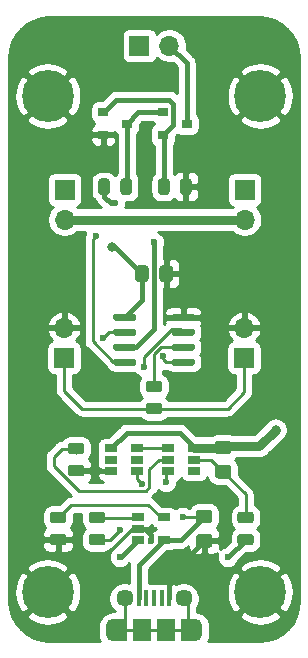
<source format=gbr>
G04 #@! TF.GenerationSoftware,KiCad,Pcbnew,(5.1.6)-1*
G04 #@! TF.CreationDate,2021-01-24T21:52:35-08:00*
G04 #@! TF.ProjectId,infrared_remote,696e6672-6172-4656-945f-72656d6f7465,rev?*
G04 #@! TF.SameCoordinates,Original*
G04 #@! TF.FileFunction,Copper,L1,Top*
G04 #@! TF.FilePolarity,Positive*
%FSLAX46Y46*%
G04 Gerber Fmt 4.6, Leading zero omitted, Abs format (unit mm)*
G04 Created by KiCad (PCBNEW (5.1.6)-1) date 2021-01-24 21:52:35*
%MOMM*%
%LPD*%
G01*
G04 APERTURE LIST*
G04 #@! TA.AperFunction,ComponentPad*
%ADD10C,0.700000*%
G04 #@! TD*
G04 #@! TA.AperFunction,ComponentPad*
%ADD11C,4.400000*%
G04 #@! TD*
G04 #@! TA.AperFunction,SMDPad,CuDef*
%ADD12R,0.900000X0.800000*%
G04 #@! TD*
G04 #@! TA.AperFunction,SMDPad,CuDef*
%ADD13R,1.060000X0.650000*%
G04 #@! TD*
G04 #@! TA.AperFunction,ComponentPad*
%ADD14O,1.700000X1.700000*%
G04 #@! TD*
G04 #@! TA.AperFunction,ComponentPad*
%ADD15R,1.700000X1.700000*%
G04 #@! TD*
G04 #@! TA.AperFunction,SMDPad,CuDef*
%ADD16R,1.200000X1.900000*%
G04 #@! TD*
G04 #@! TA.AperFunction,ComponentPad*
%ADD17O,1.200000X1.900000*%
G04 #@! TD*
G04 #@! TA.AperFunction,SMDPad,CuDef*
%ADD18R,1.500000X1.900000*%
G04 #@! TD*
G04 #@! TA.AperFunction,ComponentPad*
%ADD19C,1.450000*%
G04 #@! TD*
G04 #@! TA.AperFunction,SMDPad,CuDef*
%ADD20R,0.400000X1.350000*%
G04 #@! TD*
G04 #@! TA.AperFunction,ViaPad*
%ADD21C,0.600000*%
G04 #@! TD*
G04 #@! TA.AperFunction,ViaPad*
%ADD22C,0.800000*%
G04 #@! TD*
G04 #@! TA.AperFunction,Conductor*
%ADD23C,0.400000*%
G04 #@! TD*
G04 #@! TA.AperFunction,Conductor*
%ADD24C,0.250000*%
G04 #@! TD*
G04 #@! TA.AperFunction,Conductor*
%ADD25C,0.800000*%
G04 #@! TD*
G04 #@! TA.AperFunction,Conductor*
%ADD26C,0.254000*%
G04 #@! TD*
G04 APERTURE END LIST*
D10*
G04 #@! TO.P,H4,1*
G04 #@! TO.N,GND*
X105924726Y-85733274D03*
X104758000Y-85250000D03*
X103591274Y-85733274D03*
X103108000Y-86900000D03*
X103591274Y-88066726D03*
X104758000Y-88550000D03*
X105924726Y-88066726D03*
X106408000Y-86900000D03*
D11*
X104758000Y-86900000D03*
G04 #@! TD*
D10*
G04 #@! TO.P,H3,1*
G04 #@! TO.N,GND*
X105924726Y-43733274D03*
X104758000Y-43250000D03*
X103591274Y-43733274D03*
X103108000Y-44900000D03*
X103591274Y-46066726D03*
X104758000Y-46550000D03*
X105924726Y-46066726D03*
X106408000Y-44900000D03*
D11*
X104758000Y-44900000D03*
G04 #@! TD*
D10*
G04 #@! TO.P,H2,1*
G04 #@! TO.N,GND*
X87924726Y-85733274D03*
X86758000Y-85250000D03*
X85591274Y-85733274D03*
X85108000Y-86900000D03*
X85591274Y-88066726D03*
X86758000Y-88550000D03*
X87924726Y-88066726D03*
X88408000Y-86900000D03*
D11*
X86758000Y-86900000D03*
G04 #@! TD*
D10*
G04 #@! TO.P,H1,1*
G04 #@! TO.N,GND*
X87924726Y-43733274D03*
X86758000Y-43250000D03*
X85591274Y-43733274D03*
X85108000Y-44900000D03*
X85591274Y-46066726D03*
X86758000Y-46550000D03*
X87924726Y-46066726D03*
X88408000Y-44900000D03*
D11*
X86758000Y-44900000D03*
G04 #@! TD*
D12*
G04 #@! TO.P,Q3,3*
G04 #@! TO.N,Net-(Q2-Pad1)*
X93456000Y-47244000D03*
G04 #@! TO.P,Q3,2*
G04 #@! TO.N,GND*
X91456000Y-48194000D03*
G04 #@! TO.P,Q3,1*
G04 #@! TO.N,Net-(Q2-Pad2)*
X91456000Y-46294000D03*
G04 #@! TD*
G04 #@! TO.P,Q2,3*
G04 #@! TO.N,Net-(J6-Pad2)*
X98520000Y-47244000D03*
G04 #@! TO.P,Q2,2*
G04 #@! TO.N,Net-(Q2-Pad2)*
X96520000Y-48194000D03*
G04 #@! TO.P,Q2,1*
G04 #@! TO.N,Net-(Q2-Pad1)*
X96520000Y-46294000D03*
G04 #@! TD*
G04 #@! TO.P,U3,8*
G04 #@! TO.N,GND*
G04 #@! TA.AperFunction,SMDPad,CuDef*
G36*
G01*
X97258000Y-63777000D02*
X97258000Y-63477000D01*
G75*
G02*
X97408000Y-63327000I150000J0D01*
G01*
X99058000Y-63327000D01*
G75*
G02*
X99208000Y-63477000I0J-150000D01*
G01*
X99208000Y-63777000D01*
G75*
G02*
X99058000Y-63927000I-150000J0D01*
G01*
X97408000Y-63927000D01*
G75*
G02*
X97258000Y-63777000I0J150000D01*
G01*
G37*
G04 #@! TD.AperFunction*
G04 #@! TO.P,U3,7*
G04 #@! TO.N,PA3*
G04 #@! TA.AperFunction,SMDPad,CuDef*
G36*
G01*
X97258000Y-65047000D02*
X97258000Y-64747000D01*
G75*
G02*
X97408000Y-64597000I150000J0D01*
G01*
X99058000Y-64597000D01*
G75*
G02*
X99208000Y-64747000I0J-150000D01*
G01*
X99208000Y-65047000D01*
G75*
G02*
X99058000Y-65197000I-150000J0D01*
G01*
X97408000Y-65197000D01*
G75*
G02*
X97258000Y-65047000I0J150000D01*
G01*
G37*
G04 #@! TD.AperFunction*
G04 #@! TO.P,U3,6*
G04 #@! TO.N,Net-(R5-Pad2)*
G04 #@! TA.AperFunction,SMDPad,CuDef*
G36*
G01*
X97258000Y-66317000D02*
X97258000Y-66017000D01*
G75*
G02*
X97408000Y-65867000I150000J0D01*
G01*
X99058000Y-65867000D01*
G75*
G02*
X99208000Y-66017000I0J-150000D01*
G01*
X99208000Y-66317000D01*
G75*
G02*
X99058000Y-66467000I-150000J0D01*
G01*
X97408000Y-66467000D01*
G75*
G02*
X97258000Y-66317000I0J150000D01*
G01*
G37*
G04 #@! TD.AperFunction*
G04 #@! TO.P,U3,5*
G04 #@! TO.N,PA2*
G04 #@! TA.AperFunction,SMDPad,CuDef*
G36*
G01*
X97258000Y-67587000D02*
X97258000Y-67287000D01*
G75*
G02*
X97408000Y-67137000I150000J0D01*
G01*
X99058000Y-67137000D01*
G75*
G02*
X99208000Y-67287000I0J-150000D01*
G01*
X99208000Y-67587000D01*
G75*
G02*
X99058000Y-67737000I-150000J0D01*
G01*
X97408000Y-67737000D01*
G75*
G02*
X97258000Y-67587000I0J150000D01*
G01*
G37*
G04 #@! TD.AperFunction*
G04 #@! TO.P,U3,4*
G04 #@! TO.N,PA1*
G04 #@! TA.AperFunction,SMDPad,CuDef*
G36*
G01*
X92308000Y-67587000D02*
X92308000Y-67287000D01*
G75*
G02*
X92458000Y-67137000I150000J0D01*
G01*
X94108000Y-67137000D01*
G75*
G02*
X94258000Y-67287000I0J-150000D01*
G01*
X94258000Y-67587000D01*
G75*
G02*
X94108000Y-67737000I-150000J0D01*
G01*
X92458000Y-67737000D01*
G75*
G02*
X92308000Y-67587000I0J150000D01*
G01*
G37*
G04 #@! TD.AperFunction*
G04 #@! TO.P,U3,3*
G04 #@! TO.N,Net-(R6-Pad2)*
G04 #@! TA.AperFunction,SMDPad,CuDef*
G36*
G01*
X92308000Y-66317000D02*
X92308000Y-66017000D01*
G75*
G02*
X92458000Y-65867000I150000J0D01*
G01*
X94108000Y-65867000D01*
G75*
G02*
X94258000Y-66017000I0J-150000D01*
G01*
X94258000Y-66317000D01*
G75*
G02*
X94108000Y-66467000I-150000J0D01*
G01*
X92458000Y-66467000D01*
G75*
G02*
X92308000Y-66317000I0J150000D01*
G01*
G37*
G04 #@! TD.AperFunction*
G04 #@! TO.P,U3,2*
G04 #@! TO.N,PA6*
G04 #@! TA.AperFunction,SMDPad,CuDef*
G36*
G01*
X92308000Y-65047000D02*
X92308000Y-64747000D01*
G75*
G02*
X92458000Y-64597000I150000J0D01*
G01*
X94108000Y-64597000D01*
G75*
G02*
X94258000Y-64747000I0J-150000D01*
G01*
X94258000Y-65047000D01*
G75*
G02*
X94108000Y-65197000I-150000J0D01*
G01*
X92458000Y-65197000D01*
G75*
G02*
X92308000Y-65047000I0J150000D01*
G01*
G37*
G04 #@! TD.AperFunction*
G04 #@! TO.P,U3,1*
G04 #@! TO.N,BAT+*
G04 #@! TA.AperFunction,SMDPad,CuDef*
G36*
G01*
X92308000Y-63777000D02*
X92308000Y-63477000D01*
G75*
G02*
X92458000Y-63327000I150000J0D01*
G01*
X94108000Y-63327000D01*
G75*
G02*
X94258000Y-63477000I0J-150000D01*
G01*
X94258000Y-63777000D01*
G75*
G02*
X94108000Y-63927000I-150000J0D01*
G01*
X92458000Y-63927000D01*
G75*
G02*
X92308000Y-63777000I0J150000D01*
G01*
G37*
G04 #@! TD.AperFunction*
G04 #@! TD*
D13*
G04 #@! TO.P,U2,5*
G04 #@! TO.N,Net-(C2-Pad1)*
X99144000Y-75692000D03*
G04 #@! TO.P,U2,6*
G04 #@! TO.N,BAT-*
X99144000Y-74742000D03*
G04 #@! TO.P,U2,4*
G04 #@! TO.N,Net-(U2-Pad4)*
X99144000Y-76642000D03*
G04 #@! TO.P,U2,3*
G04 #@! TO.N,Net-(Q1-Pad4)*
X96944000Y-76642000D03*
G04 #@! TO.P,U2,2*
G04 #@! TO.N,Net-(R3-Pad2)*
X96944000Y-75692000D03*
G04 #@! TO.P,U2,1*
G04 #@! TO.N,Net-(Q1-Pad6)*
X96944000Y-74742000D03*
G04 #@! TD*
G04 #@! TO.P,U1,5*
G04 #@! TO.N,Net-(R4-Pad1)*
X96604000Y-80584000D03*
G04 #@! TO.P,U1,4*
G04 #@! TO.N,VCC*
X96604000Y-82484000D03*
G04 #@! TO.P,U1,3*
G04 #@! TO.N,BAT+*
X94404000Y-82484000D03*
G04 #@! TO.P,U1,2*
G04 #@! TO.N,GND*
X94404000Y-81534000D03*
G04 #@! TO.P,U1,1*
G04 #@! TO.N,Net-(R2-Pad1)*
X94404000Y-80584000D03*
G04 #@! TD*
G04 #@! TO.P,R7,2*
G04 #@! TO.N,GND*
G04 #@! TA.AperFunction,SMDPad,CuDef*
G36*
G01*
X97970000Y-53034250D02*
X97970000Y-52121750D01*
G75*
G02*
X98213750Y-51878000I243750J0D01*
G01*
X98701250Y-51878000D01*
G75*
G02*
X98945000Y-52121750I0J-243750D01*
G01*
X98945000Y-53034250D01*
G75*
G02*
X98701250Y-53278000I-243750J0D01*
G01*
X98213750Y-53278000D01*
G75*
G02*
X97970000Y-53034250I0J243750D01*
G01*
G37*
G04 #@! TD.AperFunction*
G04 #@! TO.P,R7,1*
G04 #@! TO.N,Net-(Q2-Pad2)*
G04 #@! TA.AperFunction,SMDPad,CuDef*
G36*
G01*
X96095000Y-53034250D02*
X96095000Y-52121750D01*
G75*
G02*
X96338750Y-51878000I243750J0D01*
G01*
X96826250Y-51878000D01*
G75*
G02*
X97070000Y-52121750I0J-243750D01*
G01*
X97070000Y-53034250D01*
G75*
G02*
X96826250Y-53278000I-243750J0D01*
G01*
X96338750Y-53278000D01*
G75*
G02*
X96095000Y-53034250I0J243750D01*
G01*
G37*
G04 #@! TD.AperFunction*
G04 #@! TD*
G04 #@! TO.P,R6,2*
G04 #@! TO.N,Net-(R6-Pad2)*
G04 #@! TA.AperFunction,SMDPad,CuDef*
G36*
G01*
X92006000Y-52121750D02*
X92006000Y-53034250D01*
G75*
G02*
X91762250Y-53278000I-243750J0D01*
G01*
X91274750Y-53278000D01*
G75*
G02*
X91031000Y-53034250I0J243750D01*
G01*
X91031000Y-52121750D01*
G75*
G02*
X91274750Y-51878000I243750J0D01*
G01*
X91762250Y-51878000D01*
G75*
G02*
X92006000Y-52121750I0J-243750D01*
G01*
G37*
G04 #@! TD.AperFunction*
G04 #@! TO.P,R6,1*
G04 #@! TO.N,Net-(Q2-Pad1)*
G04 #@! TA.AperFunction,SMDPad,CuDef*
G36*
G01*
X93881000Y-52121750D02*
X93881000Y-53034250D01*
G75*
G02*
X93637250Y-53278000I-243750J0D01*
G01*
X93149750Y-53278000D01*
G75*
G02*
X92906000Y-53034250I0J243750D01*
G01*
X92906000Y-52121750D01*
G75*
G02*
X93149750Y-51878000I243750J0D01*
G01*
X93637250Y-51878000D01*
G75*
G02*
X93881000Y-52121750I0J-243750D01*
G01*
G37*
G04 #@! TD.AperFunction*
G04 #@! TD*
G04 #@! TO.P,R5,2*
G04 #@! TO.N,Net-(R5-Pad2)*
G04 #@! TA.AperFunction,SMDPad,CuDef*
G36*
G01*
X96214250Y-69986500D02*
X95301750Y-69986500D01*
G75*
G02*
X95058000Y-69742750I0J243750D01*
G01*
X95058000Y-69255250D01*
G75*
G02*
X95301750Y-69011500I243750J0D01*
G01*
X96214250Y-69011500D01*
G75*
G02*
X96458000Y-69255250I0J-243750D01*
G01*
X96458000Y-69742750D01*
G75*
G02*
X96214250Y-69986500I-243750J0D01*
G01*
G37*
G04 #@! TD.AperFunction*
G04 #@! TO.P,R5,1*
G04 #@! TO.N,UPDI*
G04 #@! TA.AperFunction,SMDPad,CuDef*
G36*
G01*
X96214250Y-71861500D02*
X95301750Y-71861500D01*
G75*
G02*
X95058000Y-71617750I0J243750D01*
G01*
X95058000Y-71130250D01*
G75*
G02*
X95301750Y-70886500I243750J0D01*
G01*
X96214250Y-70886500D01*
G75*
G02*
X96458000Y-71130250I0J-243750D01*
G01*
X96458000Y-71617750D01*
G75*
G02*
X96214250Y-71861500I-243750J0D01*
G01*
G37*
G04 #@! TD.AperFunction*
G04 #@! TD*
G04 #@! TO.P,R4,2*
G04 #@! TO.N,GND*
G04 #@! TA.AperFunction,SMDPad,CuDef*
G36*
G01*
X87173750Y-81984000D02*
X88086250Y-81984000D01*
G75*
G02*
X88330000Y-82227750I0J-243750D01*
G01*
X88330000Y-82715250D01*
G75*
G02*
X88086250Y-82959000I-243750J0D01*
G01*
X87173750Y-82959000D01*
G75*
G02*
X86930000Y-82715250I0J243750D01*
G01*
X86930000Y-82227750D01*
G75*
G02*
X87173750Y-81984000I243750J0D01*
G01*
G37*
G04 #@! TD.AperFunction*
G04 #@! TO.P,R4,1*
G04 #@! TO.N,Net-(R4-Pad1)*
G04 #@! TA.AperFunction,SMDPad,CuDef*
G36*
G01*
X87173750Y-80109000D02*
X88086250Y-80109000D01*
G75*
G02*
X88330000Y-80352750I0J-243750D01*
G01*
X88330000Y-80840250D01*
G75*
G02*
X88086250Y-81084000I-243750J0D01*
G01*
X87173750Y-81084000D01*
G75*
G02*
X86930000Y-80840250I0J243750D01*
G01*
X86930000Y-80352750D01*
G75*
G02*
X87173750Y-80109000I243750J0D01*
G01*
G37*
G04 #@! TD.AperFunction*
G04 #@! TD*
G04 #@! TO.P,R3,2*
G04 #@! TO.N,Net-(R3-Pad2)*
G04 #@! TA.AperFunction,SMDPad,CuDef*
G36*
G01*
X89610250Y-75242000D02*
X88697750Y-75242000D01*
G75*
G02*
X88454000Y-74998250I0J243750D01*
G01*
X88454000Y-74510750D01*
G75*
G02*
X88697750Y-74267000I243750J0D01*
G01*
X89610250Y-74267000D01*
G75*
G02*
X89854000Y-74510750I0J-243750D01*
G01*
X89854000Y-74998250D01*
G75*
G02*
X89610250Y-75242000I-243750J0D01*
G01*
G37*
G04 #@! TD.AperFunction*
G04 #@! TO.P,R3,1*
G04 #@! TO.N,GND*
G04 #@! TA.AperFunction,SMDPad,CuDef*
G36*
G01*
X89610250Y-77117000D02*
X88697750Y-77117000D01*
G75*
G02*
X88454000Y-76873250I0J243750D01*
G01*
X88454000Y-76385750D01*
G75*
G02*
X88697750Y-76142000I243750J0D01*
G01*
X89610250Y-76142000D01*
G75*
G02*
X89854000Y-76385750I0J-243750D01*
G01*
X89854000Y-76873250D01*
G75*
G02*
X89610250Y-77117000I-243750J0D01*
G01*
G37*
G04 #@! TD.AperFunction*
G04 #@! TD*
G04 #@! TO.P,R2,2*
G04 #@! TO.N,~CHRG*
G04 #@! TA.AperFunction,SMDPad,CuDef*
G36*
G01*
X90475750Y-81984000D02*
X91388250Y-81984000D01*
G75*
G02*
X91632000Y-82227750I0J-243750D01*
G01*
X91632000Y-82715250D01*
G75*
G02*
X91388250Y-82959000I-243750J0D01*
G01*
X90475750Y-82959000D01*
G75*
G02*
X90232000Y-82715250I0J243750D01*
G01*
X90232000Y-82227750D01*
G75*
G02*
X90475750Y-81984000I243750J0D01*
G01*
G37*
G04 #@! TD.AperFunction*
G04 #@! TO.P,R2,1*
G04 #@! TO.N,Net-(R2-Pad1)*
G04 #@! TA.AperFunction,SMDPad,CuDef*
G36*
G01*
X90475750Y-80109000D02*
X91388250Y-80109000D01*
G75*
G02*
X91632000Y-80352750I0J-243750D01*
G01*
X91632000Y-80840250D01*
G75*
G02*
X91388250Y-81084000I-243750J0D01*
G01*
X90475750Y-81084000D01*
G75*
G02*
X90232000Y-80840250I0J243750D01*
G01*
X90232000Y-80352750D01*
G75*
G02*
X90475750Y-80109000I243750J0D01*
G01*
G37*
G04 #@! TD.AperFunction*
G04 #@! TD*
G04 #@! TO.P,R1,2*
G04 #@! TO.N,BAT+*
G04 #@! TA.AperFunction,SMDPad,CuDef*
G36*
G01*
X103047750Y-81984000D02*
X103960250Y-81984000D01*
G75*
G02*
X104204000Y-82227750I0J-243750D01*
G01*
X104204000Y-82715250D01*
G75*
G02*
X103960250Y-82959000I-243750J0D01*
G01*
X103047750Y-82959000D01*
G75*
G02*
X102804000Y-82715250I0J243750D01*
G01*
X102804000Y-82227750D01*
G75*
G02*
X103047750Y-81984000I243750J0D01*
G01*
G37*
G04 #@! TD.AperFunction*
G04 #@! TO.P,R1,1*
G04 #@! TO.N,Net-(C2-Pad1)*
G04 #@! TA.AperFunction,SMDPad,CuDef*
G36*
G01*
X103047750Y-80109000D02*
X103960250Y-80109000D01*
G75*
G02*
X104204000Y-80352750I0J-243750D01*
G01*
X104204000Y-80840250D01*
G75*
G02*
X103960250Y-81084000I-243750J0D01*
G01*
X103047750Y-81084000D01*
G75*
G02*
X102804000Y-80840250I0J243750D01*
G01*
X102804000Y-80352750D01*
G75*
G02*
X103047750Y-80109000I243750J0D01*
G01*
G37*
G04 #@! TD.AperFunction*
G04 #@! TD*
G04 #@! TO.P,Q1,5*
G04 #@! TO.N,Net-(Q1-Pad5)*
X94318000Y-75692000D03*
G04 #@! TO.P,Q1,6*
G04 #@! TO.N,Net-(Q1-Pad6)*
X94318000Y-74742000D03*
G04 #@! TO.P,Q1,4*
G04 #@! TO.N,Net-(Q1-Pad4)*
X94318000Y-76642000D03*
G04 #@! TO.P,Q1,3*
G04 #@! TO.N,GND*
X92118000Y-76642000D03*
G04 #@! TO.P,Q1,2*
G04 #@! TO.N,Net-(Q1-Pad2)*
X92118000Y-75692000D03*
G04 #@! TO.P,Q1,1*
G04 #@! TO.N,BAT-*
X92118000Y-74742000D03*
G04 #@! TD*
D14*
G04 #@! TO.P,J6,2*
G04 #@! TO.N,Net-(J6-Pad2)*
X97048000Y-40640000D03*
D15*
G04 #@! TO.P,J6,1*
G04 #@! TO.N,BAT+*
X94508000Y-40640000D03*
G04 #@! TD*
D14*
G04 #@! TO.P,J5,2*
G04 #@! TO.N,GND*
X103378000Y-64516000D03*
D15*
G04 #@! TO.P,J5,1*
G04 #@! TO.N,UPDI*
X103378000Y-67056000D03*
G04 #@! TD*
D14*
G04 #@! TO.P,J4,2*
G04 #@! TO.N,GND*
X88138000Y-64516000D03*
D15*
G04 #@! TO.P,J4,1*
G04 #@! TO.N,UPDI*
X88138000Y-67056000D03*
G04 #@! TD*
D14*
G04 #@! TO.P,J3,2*
G04 #@! TO.N,BAT-*
X88188000Y-55372000D03*
D15*
G04 #@! TO.P,J3,1*
G04 #@! TO.N,BAT+*
X88188000Y-52832000D03*
G04 #@! TD*
D14*
G04 #@! TO.P,J2,2*
G04 #@! TO.N,BAT-*
X103428000Y-55372000D03*
D15*
G04 #@! TO.P,J2,1*
G04 #@! TO.N,BAT+*
X103428000Y-52832000D03*
G04 #@! TD*
D16*
G04 #@! TO.P,J1,6*
G04 #@! TO.N,Net-(J1-Pad6)*
X92858000Y-90137500D03*
X98658000Y-90137500D03*
D17*
X99258000Y-90137500D03*
X92258000Y-90137500D03*
D18*
X94758000Y-90137500D03*
D19*
X98258000Y-87437500D03*
D20*
G04 #@! TO.P,J1,3*
G04 #@! TO.N,Net-(J1-Pad3)*
X95758000Y-87437500D03*
G04 #@! TO.P,J1,4*
G04 #@! TO.N,Net-(J1-Pad4)*
X96408000Y-87437500D03*
G04 #@! TO.P,J1,5*
G04 #@! TO.N,GND*
X97058000Y-87437500D03*
G04 #@! TO.P,J1,1*
G04 #@! TO.N,VCC*
X94458000Y-87437500D03*
G04 #@! TO.P,J1,2*
G04 #@! TO.N,Net-(J1-Pad2)*
X95108000Y-87437500D03*
D19*
G04 #@! TO.P,J1,6*
G04 #@! TO.N,Net-(J1-Pad6)*
X93258000Y-87437500D03*
D18*
X96758000Y-90137500D03*
G04 #@! TD*
G04 #@! TO.P,C3,2*
G04 #@! TO.N,BAT+*
G04 #@! TA.AperFunction,SMDPad,CuDef*
G36*
G01*
X95308000Y-59493999D02*
X95308000Y-60394001D01*
G75*
G02*
X95058001Y-60644000I-249999J0D01*
G01*
X94407999Y-60644000D01*
G75*
G02*
X94158000Y-60394001I0J249999D01*
G01*
X94158000Y-59493999D01*
G75*
G02*
X94407999Y-59244000I249999J0D01*
G01*
X95058001Y-59244000D01*
G75*
G02*
X95308000Y-59493999I0J-249999D01*
G01*
G37*
G04 #@! TD.AperFunction*
G04 #@! TO.P,C3,1*
G04 #@! TO.N,GND*
G04 #@! TA.AperFunction,SMDPad,CuDef*
G36*
G01*
X97358000Y-59493999D02*
X97358000Y-60394001D01*
G75*
G02*
X97108001Y-60644000I-249999J0D01*
G01*
X96457999Y-60644000D01*
G75*
G02*
X96208000Y-60394001I0J249999D01*
G01*
X96208000Y-59493999D01*
G75*
G02*
X96457999Y-59244000I249999J0D01*
G01*
X97108001Y-59244000D01*
G75*
G02*
X97358000Y-59493999I0J-249999D01*
G01*
G37*
G04 #@! TD.AperFunction*
G04 #@! TD*
G04 #@! TO.P,C2,2*
G04 #@! TO.N,BAT-*
G04 #@! TA.AperFunction,SMDPad,CuDef*
G36*
G01*
X102050001Y-75242000D02*
X101149999Y-75242000D01*
G75*
G02*
X100900000Y-74992001I0J249999D01*
G01*
X100900000Y-74341999D01*
G75*
G02*
X101149999Y-74092000I249999J0D01*
G01*
X102050001Y-74092000D01*
G75*
G02*
X102300000Y-74341999I0J-249999D01*
G01*
X102300000Y-74992001D01*
G75*
G02*
X102050001Y-75242000I-249999J0D01*
G01*
G37*
G04 #@! TD.AperFunction*
G04 #@! TO.P,C2,1*
G04 #@! TO.N,Net-(C2-Pad1)*
G04 #@! TA.AperFunction,SMDPad,CuDef*
G36*
G01*
X102050001Y-77292000D02*
X101149999Y-77292000D01*
G75*
G02*
X100900000Y-77042001I0J249999D01*
G01*
X100900000Y-76391999D01*
G75*
G02*
X101149999Y-76142000I249999J0D01*
G01*
X102050001Y-76142000D01*
G75*
G02*
X102300000Y-76391999I0J-249999D01*
G01*
X102300000Y-77042001D01*
G75*
G02*
X102050001Y-77292000I-249999J0D01*
G01*
G37*
G04 #@! TD.AperFunction*
G04 #@! TD*
G04 #@! TO.P,C1,2*
G04 #@! TO.N,VCC*
G04 #@! TA.AperFunction,SMDPad,CuDef*
G36*
G01*
X100454001Y-81084000D02*
X99553999Y-81084000D01*
G75*
G02*
X99304000Y-80834001I0J249999D01*
G01*
X99304000Y-80183999D01*
G75*
G02*
X99553999Y-79934000I249999J0D01*
G01*
X100454001Y-79934000D01*
G75*
G02*
X100704000Y-80183999I0J-249999D01*
G01*
X100704000Y-80834001D01*
G75*
G02*
X100454001Y-81084000I-249999J0D01*
G01*
G37*
G04 #@! TD.AperFunction*
G04 #@! TO.P,C1,1*
G04 #@! TO.N,GND*
G04 #@! TA.AperFunction,SMDPad,CuDef*
G36*
G01*
X100454001Y-83134000D02*
X99553999Y-83134000D01*
G75*
G02*
X99304000Y-82884001I0J249999D01*
G01*
X99304000Y-82233999D01*
G75*
G02*
X99553999Y-81984000I249999J0D01*
G01*
X100454001Y-81984000D01*
G75*
G02*
X100704000Y-82233999I0J-249999D01*
G01*
X100704000Y-82884001D01*
G75*
G02*
X100454001Y-83134000I-249999J0D01*
G01*
G37*
G04 #@! TD.AperFunction*
G04 #@! TD*
D21*
G04 #@! TO.N,VCC*
X98171000Y-80518000D03*
G04 #@! TO.N,GND*
X95504000Y-82550000D03*
X88646000Y-72644000D03*
X91694000Y-72644000D03*
X100330000Y-64262000D03*
X87376000Y-60960000D03*
X88646000Y-60960000D03*
X88646000Y-59690000D03*
X87376000Y-59690000D03*
X97282000Y-57150000D03*
X98282000Y-57150000D03*
X99282000Y-57150000D03*
X100282000Y-57150000D03*
X101282000Y-57150000D03*
X97282000Y-58150000D03*
X98282000Y-58150000D03*
X99282000Y-58150000D03*
X100282000Y-58150000D03*
X101282000Y-58150000D03*
X101330000Y-64262000D03*
X100330000Y-65262000D03*
X101330000Y-65262000D03*
X100330000Y-66262000D03*
X101330000Y-66262000D03*
X100330000Y-67262000D03*
X101330000Y-67262000D03*
X100330000Y-68262000D03*
X101330000Y-68262000D03*
X99568000Y-72644000D03*
X100568000Y-72644000D03*
X101568000Y-72644000D03*
X102568000Y-72644000D03*
X103568000Y-72644000D03*
X87646000Y-72644000D03*
X86646000Y-72644000D03*
D22*
G04 #@! TO.N,BAT-*
X106045000Y-73152000D03*
G04 #@! TO.N,BAT+*
X92202000Y-57658000D03*
D21*
X101981000Y-83947000D03*
X92837000Y-83947000D03*
G04 #@! TO.N,~CHRG*
X92837000Y-81661000D03*
G04 #@! TO.N,Net-(Q1-Pad4)*
X94742000Y-77724000D03*
X96774000Y-77597000D03*
G04 #@! TO.N,Net-(R6-Pad2)*
X95758000Y-57277000D03*
X92456000Y-53975000D03*
G04 #@! TO.N,PA1*
X90805000Y-56769000D03*
G04 #@! TO.N,PA2*
X96520000Y-66929000D03*
G04 #@! TO.N,PA3*
X94869000Y-67818000D03*
G04 #@! TO.N,PA6*
X91440000Y-65405000D03*
G04 #@! TD*
D23*
G04 #@! TO.N,VCC*
X94458000Y-84630000D02*
X96604000Y-82484000D01*
X94458000Y-87437500D02*
X94458000Y-84630000D01*
X98029000Y-82484000D02*
X100004000Y-80509000D01*
X96604000Y-82484000D02*
X98029000Y-82484000D01*
D24*
X99995000Y-80518000D02*
X100004000Y-80509000D01*
X98171000Y-80518000D02*
X99995000Y-80518000D01*
D23*
G04 #@! TO.N,GND*
X97058000Y-85505000D02*
X100004000Y-82559000D01*
X97058000Y-87437500D02*
X97058000Y-85505000D01*
X92105500Y-76629500D02*
X92118000Y-76642000D01*
X89154000Y-76629500D02*
X92105500Y-76629500D01*
D24*
X93913998Y-81534000D02*
X91694000Y-83753998D01*
X94404000Y-81534000D02*
X93913998Y-81534000D01*
X91694000Y-83753998D02*
X91694000Y-84074000D01*
D23*
X94996000Y-81534000D02*
X95504000Y-82042000D01*
X95504000Y-82042000D02*
X95504000Y-82550000D01*
X94404000Y-81534000D02*
X94996000Y-81534000D01*
D25*
G04 #@! TO.N,BAT-*
X88188000Y-55372000D02*
X103428000Y-55372000D01*
X106045000Y-73152000D02*
X104648000Y-74549000D01*
X101718000Y-74549000D02*
X101600000Y-74667000D01*
X104648000Y-74549000D02*
X101718000Y-74549000D01*
X99219000Y-74667000D02*
X99144000Y-74742000D01*
X101600000Y-74667000D02*
X99219000Y-74667000D01*
D23*
X99144000Y-74742000D02*
X99144000Y-74633000D01*
X99144000Y-74633000D02*
X97917000Y-73406000D01*
X93454000Y-73406000D02*
X92118000Y-74742000D01*
X97917000Y-73406000D02*
X93454000Y-73406000D01*
D24*
G04 #@! TO.N,Net-(C2-Pad1)*
X103504000Y-78621000D02*
X101600000Y-76717000D01*
X103504000Y-80596500D02*
X103504000Y-78621000D01*
X100575000Y-75692000D02*
X101600000Y-76717000D01*
X99144000Y-75692000D02*
X100575000Y-75692000D01*
D23*
G04 #@! TO.N,BAT+*
X94733000Y-62177000D02*
X93283000Y-63627000D01*
X94733000Y-59944000D02*
X94733000Y-62177000D01*
X92447000Y-57658000D02*
X94733000Y-59944000D01*
X92202000Y-57658000D02*
X92447000Y-57658000D01*
X102028500Y-83947000D02*
X103504000Y-82471500D01*
X101981000Y-83947000D02*
X102028500Y-83947000D01*
X92941000Y-83947000D02*
X94404000Y-82484000D01*
X92837000Y-83947000D02*
X92941000Y-83947000D01*
D24*
G04 #@! TO.N,~CHRG*
X90932000Y-82471500D02*
X92026500Y-82471500D01*
X92026500Y-82471500D02*
X92837000Y-81661000D01*
G04 #@! TO.N,Net-(J1-Pad6)*
X93258000Y-89737500D02*
X92858000Y-90137500D01*
X93258000Y-87437500D02*
X93258000Y-89737500D01*
X92858000Y-90137500D02*
X99258000Y-90137500D01*
X98658000Y-87837500D02*
X98258000Y-87437500D01*
X98658000Y-90137500D02*
X98658000Y-87837500D01*
G04 #@! TO.N,UPDI*
X95758000Y-71374000D02*
X101981000Y-71374000D01*
X103378000Y-69977000D02*
X103378000Y-67056000D01*
X101981000Y-71374000D02*
X103378000Y-69977000D01*
X95758000Y-71374000D02*
X89662000Y-71374000D01*
X88138000Y-69850000D02*
X88138000Y-67056000D01*
X89662000Y-71374000D02*
X88138000Y-69850000D01*
D23*
G04 #@! TO.N,Net-(J6-Pad2)*
X98520000Y-42112000D02*
X97048000Y-40640000D01*
X98520000Y-47244000D02*
X98520000Y-42112000D01*
D24*
G04 #@! TO.N,Net-(Q1-Pad6)*
X94318000Y-74742000D02*
X96944000Y-74742000D01*
G04 #@! TO.N,Net-(Q1-Pad4)*
X94318000Y-76642000D02*
X94318000Y-77300000D01*
X94318000Y-77300000D02*
X94742000Y-77724000D01*
X96774000Y-76812000D02*
X96944000Y-76642000D01*
X96774000Y-77597000D02*
X96774000Y-76812000D01*
D23*
G04 #@! TO.N,Net-(Q2-Pad1)*
X94406000Y-46294000D02*
X93456000Y-47244000D01*
X96520000Y-46294000D02*
X94406000Y-46294000D01*
X93456000Y-52515500D02*
X93393500Y-52578000D01*
X93456000Y-47244000D02*
X93456000Y-52515500D01*
G04 #@! TO.N,Net-(Q2-Pad2)*
X96582500Y-48256500D02*
X96520000Y-48194000D01*
X96582500Y-52578000D02*
X96582500Y-48256500D01*
X97370001Y-45573999D02*
X97290001Y-45493999D01*
X97370001Y-47343999D02*
X97370001Y-45573999D01*
X96520000Y-48194000D02*
X97370001Y-47343999D01*
X97290001Y-45493999D02*
X97290001Y-45474001D01*
X97290001Y-45474001D02*
X97028000Y-45212000D01*
X92538000Y-45212000D02*
X91925500Y-45824500D01*
X92256001Y-45493999D02*
X91925500Y-45824500D01*
X97028000Y-45212000D02*
X92538000Y-45212000D01*
X91925500Y-45824500D02*
X91456000Y-46294000D01*
D24*
G04 #@! TO.N,Net-(R2-Pad1)*
X94391500Y-80596500D02*
X94404000Y-80584000D01*
X90932000Y-80596500D02*
X94391500Y-80596500D01*
G04 #@! TO.N,Net-(R3-Pad2)*
X89154000Y-75118002D02*
X89154000Y-74754500D01*
X95367001Y-78024001D02*
X95042001Y-78349001D01*
X95367001Y-76488999D02*
X95367001Y-78024001D01*
X96164000Y-75692000D02*
X95367001Y-76488999D01*
X96944000Y-75692000D02*
X96164000Y-75692000D01*
X89154000Y-74754500D02*
X87932500Y-74754500D01*
X87932500Y-74754500D02*
X87249000Y-75438000D01*
X89369151Y-78349001D02*
X92700001Y-78349001D01*
X87249000Y-75438000D02*
X87249000Y-76228850D01*
X87249000Y-76228850D02*
X89369151Y-78349001D01*
X95042001Y-78349001D02*
X92700001Y-78349001D01*
X92700001Y-78349001D02*
X92384999Y-78349001D01*
G04 #@! TO.N,Net-(R4-Pad1)*
X87630000Y-80596500D02*
X88724500Y-79502000D01*
X88724500Y-79502000D02*
X95250000Y-79502000D01*
X96332000Y-80584000D02*
X96604000Y-80584000D01*
X95250000Y-79502000D02*
X96332000Y-80584000D01*
G04 #@! TO.N,Net-(R5-Pad2)*
X96356998Y-66167000D02*
X98233000Y-66167000D01*
X95758000Y-66765998D02*
X96356998Y-66167000D01*
X95758000Y-69499000D02*
X95758000Y-66765998D01*
D23*
G04 #@! TO.N,Net-(R6-Pad2)*
X94258000Y-66167000D02*
X95758000Y-64667000D01*
X93283000Y-66167000D02*
X94258000Y-66167000D01*
X95758000Y-64667000D02*
X95758000Y-57277000D01*
X92456000Y-53975000D02*
X92075000Y-53975000D01*
X91518500Y-53418500D02*
X91518500Y-52578000D01*
X92075000Y-53975000D02*
X91518500Y-53418500D01*
D24*
G04 #@! TO.N,PA1*
X92308000Y-67437000D02*
X90551000Y-65680000D01*
X93283000Y-67437000D02*
X92308000Y-67437000D01*
X90551000Y-65680000D02*
X90551000Y-57023000D01*
X90551000Y-57023000D02*
X90805000Y-56769000D01*
G04 #@! TO.N,PA2*
X96520000Y-66929000D02*
X96520000Y-66929000D01*
X96774000Y-67437000D02*
X98233000Y-67437000D01*
X96520000Y-67183000D02*
X96774000Y-67437000D01*
X96520000Y-66929000D02*
X96520000Y-66929000D01*
X96520000Y-66929000D02*
X96520000Y-67183000D01*
G04 #@! TO.N,PA3*
X97290588Y-64597000D02*
X94869000Y-67018588D01*
X98233000Y-64897000D02*
X97933000Y-64597000D01*
X97933000Y-64597000D02*
X97290588Y-64597000D01*
X94869000Y-67018588D02*
X94869000Y-67818000D01*
G04 #@! TO.N,PA6*
X91440000Y-65405000D02*
X91948000Y-64897000D01*
X91948000Y-64897000D02*
X93283000Y-64897000D01*
G04 #@! TD*
D26*
G04 #@! TO.N,GND*
G36*
X105308558Y-38319933D02*
G01*
X105943960Y-38511772D01*
X106529994Y-38823373D01*
X107044347Y-39242870D01*
X107467419Y-39754275D01*
X107783104Y-40338123D01*
X107979375Y-40972170D01*
X108052001Y-41663164D01*
X108052000Y-87597722D01*
X107984067Y-88290558D01*
X107792228Y-88925958D01*
X107480630Y-89511991D01*
X107061130Y-90026347D01*
X106549725Y-90449419D01*
X105965878Y-90765103D01*
X105331830Y-90961375D01*
X104640845Y-91034000D01*
X100366241Y-91034000D01*
X100404511Y-90962401D01*
X100475130Y-90729601D01*
X100493000Y-90548164D01*
X100493000Y-89726835D01*
X100475130Y-89545398D01*
X100404511Y-89312599D01*
X100289833Y-89098051D01*
X100135502Y-88909998D01*
X100110861Y-88889775D01*
X102947830Y-88889775D01*
X103187976Y-89277018D01*
X103681877Y-89537641D01*
X104217133Y-89696901D01*
X104773174Y-89748678D01*
X105328632Y-89690981D01*
X105862161Y-89526028D01*
X106328024Y-89277018D01*
X106568170Y-88889775D01*
X104758000Y-87079605D01*
X102947830Y-88889775D01*
X100110861Y-88889775D01*
X99947448Y-88755667D01*
X99732900Y-88640989D01*
X99500101Y-88570370D01*
X99418000Y-88562284D01*
X99418000Y-88149372D01*
X99463216Y-88081701D01*
X99565736Y-87834197D01*
X99618000Y-87571448D01*
X99618000Y-87303552D01*
X99565736Y-87040803D01*
X99513699Y-86915174D01*
X101909322Y-86915174D01*
X101967019Y-87470632D01*
X102131972Y-88004161D01*
X102380982Y-88470024D01*
X102768225Y-88710170D01*
X104578395Y-86900000D01*
X104937605Y-86900000D01*
X106747775Y-88710170D01*
X107135018Y-88470024D01*
X107395641Y-87976123D01*
X107554901Y-87440867D01*
X107606678Y-86884826D01*
X107548981Y-86329368D01*
X107384028Y-85795839D01*
X107135018Y-85329976D01*
X106747775Y-85089830D01*
X104937605Y-86900000D01*
X104578395Y-86900000D01*
X102768225Y-85089830D01*
X102380982Y-85329976D01*
X102120359Y-85823877D01*
X101961099Y-86359133D01*
X101909322Y-86915174D01*
X99513699Y-86915174D01*
X99463216Y-86793299D01*
X99314381Y-86570551D01*
X99124949Y-86381119D01*
X98902201Y-86232284D01*
X98654697Y-86129764D01*
X98391948Y-86077500D01*
X98124052Y-86077500D01*
X97861303Y-86129764D01*
X97613799Y-86232284D01*
X97612610Y-86233079D01*
X97511576Y-86176979D01*
X97392474Y-86138759D01*
X97289750Y-86127500D01*
X97131000Y-86286250D01*
X97131000Y-86398822D01*
X97059185Y-86311315D01*
X96962494Y-86231963D01*
X96894218Y-86195468D01*
X96826250Y-86127500D01*
X96735120Y-86137488D01*
X96732482Y-86136688D01*
X96608000Y-86124428D01*
X96208000Y-86124428D01*
X96083518Y-86136688D01*
X96083000Y-86136845D01*
X96082482Y-86136688D01*
X95958000Y-86124428D01*
X95558000Y-86124428D01*
X95433518Y-86136688D01*
X95433000Y-86136845D01*
X95432482Y-86136688D01*
X95308000Y-86124428D01*
X95293000Y-86124428D01*
X95293000Y-84975867D01*
X95358642Y-84910225D01*
X102947830Y-84910225D01*
X104758000Y-86720395D01*
X106568170Y-84910225D01*
X106328024Y-84522982D01*
X105834123Y-84262359D01*
X105298867Y-84103099D01*
X104742826Y-84051322D01*
X104187368Y-84109019D01*
X103653839Y-84273972D01*
X103187976Y-84522982D01*
X102947830Y-84910225D01*
X95358642Y-84910225D01*
X96821796Y-83447072D01*
X97134000Y-83447072D01*
X97258482Y-83434812D01*
X97378180Y-83398502D01*
X97488494Y-83339537D01*
X97513518Y-83319000D01*
X97987982Y-83319000D01*
X98029000Y-83323040D01*
X98070018Y-83319000D01*
X98070019Y-83319000D01*
X98192689Y-83306918D01*
X98350087Y-83259172D01*
X98495146Y-83181636D01*
X98622291Y-83077291D01*
X98648446Y-83045421D01*
X98667067Y-83026801D01*
X98665928Y-83134000D01*
X98678188Y-83258482D01*
X98714498Y-83378180D01*
X98773463Y-83488494D01*
X98852815Y-83585185D01*
X98949506Y-83664537D01*
X99059820Y-83723502D01*
X99179518Y-83759812D01*
X99304000Y-83772072D01*
X99718250Y-83769000D01*
X99877000Y-83610250D01*
X99877000Y-82686000D01*
X99857000Y-82686000D01*
X99857000Y-82432000D01*
X99877000Y-82432000D01*
X99877000Y-82412000D01*
X100131000Y-82412000D01*
X100131000Y-82432000D01*
X101180250Y-82432000D01*
X101339000Y-82273250D01*
X101342072Y-81984000D01*
X101329812Y-81859518D01*
X101293502Y-81739820D01*
X101234537Y-81629506D01*
X101155185Y-81532815D01*
X101075406Y-81467342D01*
X101081962Y-81461962D01*
X101192405Y-81327387D01*
X101274472Y-81173851D01*
X101325008Y-81007255D01*
X101342072Y-80834001D01*
X101342072Y-80183999D01*
X101325008Y-80010745D01*
X101274472Y-79844149D01*
X101192405Y-79690613D01*
X101081962Y-79556038D01*
X100947387Y-79445595D01*
X100793851Y-79363528D01*
X100627255Y-79312992D01*
X100454001Y-79295928D01*
X99553999Y-79295928D01*
X99380745Y-79312992D01*
X99214149Y-79363528D01*
X99060613Y-79445595D01*
X98926038Y-79556038D01*
X98815595Y-79690613D01*
X98779576Y-79758000D01*
X98716535Y-79758000D01*
X98613889Y-79689414D01*
X98443729Y-79618932D01*
X98263089Y-79583000D01*
X98078911Y-79583000D01*
X97898271Y-79618932D01*
X97728111Y-79689414D01*
X97574972Y-79791738D01*
X97570745Y-79795965D01*
X97488494Y-79728463D01*
X97378180Y-79669498D01*
X97258482Y-79633188D01*
X97134000Y-79620928D01*
X96443730Y-79620928D01*
X95813804Y-78991002D01*
X95790001Y-78961999D01*
X95674276Y-78867026D01*
X95625076Y-78840728D01*
X95878003Y-78587801D01*
X95907002Y-78564002D01*
X96001975Y-78448277D01*
X96072547Y-78316248D01*
X96095451Y-78240741D01*
X96177972Y-78323262D01*
X96331111Y-78425586D01*
X96501271Y-78496068D01*
X96681911Y-78532000D01*
X96866089Y-78532000D01*
X97046729Y-78496068D01*
X97216889Y-78425586D01*
X97370028Y-78323262D01*
X97500262Y-78193028D01*
X97602586Y-78039889D01*
X97673068Y-77869729D01*
X97709000Y-77689089D01*
X97709000Y-77559287D01*
X97718180Y-77556502D01*
X97828494Y-77497537D01*
X97925185Y-77418185D01*
X98004537Y-77321494D01*
X98044000Y-77247665D01*
X98083463Y-77321494D01*
X98162815Y-77418185D01*
X98259506Y-77497537D01*
X98369820Y-77556502D01*
X98489518Y-77592812D01*
X98614000Y-77605072D01*
X99674000Y-77605072D01*
X99798482Y-77592812D01*
X99918180Y-77556502D01*
X100028494Y-77497537D01*
X100125185Y-77418185D01*
X100204537Y-77321494D01*
X100263502Y-77211180D01*
X100274892Y-77173631D01*
X100278992Y-77215255D01*
X100329528Y-77381851D01*
X100411595Y-77535387D01*
X100522038Y-77669962D01*
X100656613Y-77780405D01*
X100810149Y-77862472D01*
X100976745Y-77913008D01*
X101149999Y-77930072D01*
X101738271Y-77930072D01*
X102744001Y-78935803D01*
X102744001Y-79527827D01*
X102710291Y-79538053D01*
X102557836Y-79619542D01*
X102424208Y-79729208D01*
X102314542Y-79862836D01*
X102233053Y-80015291D01*
X102182872Y-80180715D01*
X102165928Y-80352750D01*
X102165928Y-80840250D01*
X102182872Y-81012285D01*
X102233053Y-81177709D01*
X102314542Y-81330164D01*
X102424208Y-81463792D01*
X102509756Y-81534000D01*
X102424208Y-81604208D01*
X102314542Y-81737836D01*
X102233053Y-81890291D01*
X102182872Y-82055715D01*
X102165928Y-82227750D01*
X102165928Y-82628705D01*
X101756243Y-83038390D01*
X101708271Y-83047932D01*
X101538111Y-83118414D01*
X101384972Y-83220738D01*
X101322228Y-83283482D01*
X101329812Y-83258482D01*
X101342072Y-83134000D01*
X101339000Y-82844750D01*
X101180250Y-82686000D01*
X100131000Y-82686000D01*
X100131000Y-83610250D01*
X100289750Y-83769000D01*
X100704000Y-83772072D01*
X100828482Y-83759812D01*
X100948180Y-83723502D01*
X101058494Y-83664537D01*
X101100111Y-83630383D01*
X101081932Y-83674271D01*
X101046000Y-83854911D01*
X101046000Y-84039089D01*
X101081932Y-84219729D01*
X101152414Y-84389889D01*
X101254738Y-84543028D01*
X101384972Y-84673262D01*
X101538111Y-84775586D01*
X101708271Y-84846068D01*
X101888911Y-84882000D01*
X102073089Y-84882000D01*
X102253729Y-84846068D01*
X102423889Y-84775586D01*
X102577028Y-84673262D01*
X102707262Y-84543028D01*
X102809586Y-84389889D01*
X102840067Y-84316300D01*
X103559296Y-83597072D01*
X103960250Y-83597072D01*
X104132285Y-83580128D01*
X104297709Y-83529947D01*
X104450164Y-83448458D01*
X104583792Y-83338792D01*
X104693458Y-83205164D01*
X104774947Y-83052709D01*
X104825128Y-82887285D01*
X104842072Y-82715250D01*
X104842072Y-82227750D01*
X104825128Y-82055715D01*
X104774947Y-81890291D01*
X104693458Y-81737836D01*
X104583792Y-81604208D01*
X104498244Y-81534000D01*
X104583792Y-81463792D01*
X104693458Y-81330164D01*
X104774947Y-81177709D01*
X104825128Y-81012285D01*
X104842072Y-80840250D01*
X104842072Y-80352750D01*
X104825128Y-80180715D01*
X104774947Y-80015291D01*
X104693458Y-79862836D01*
X104583792Y-79729208D01*
X104450164Y-79619542D01*
X104297709Y-79538053D01*
X104264000Y-79527827D01*
X104264000Y-78658333D01*
X104267677Y-78621000D01*
X104253003Y-78472014D01*
X104209546Y-78328753D01*
X104138974Y-78196724D01*
X104067799Y-78109997D01*
X104044001Y-78080999D01*
X104015003Y-78057201D01*
X102938072Y-76980271D01*
X102938072Y-76391999D01*
X102921008Y-76218745D01*
X102870472Y-76052149D01*
X102788405Y-75898613D01*
X102677962Y-75764038D01*
X102590184Y-75692000D01*
X102677962Y-75619962D01*
X102707475Y-75584000D01*
X104597172Y-75584000D01*
X104648000Y-75589006D01*
X104698828Y-75584000D01*
X104698838Y-75584000D01*
X104850895Y-75569024D01*
X105045993Y-75509841D01*
X105225797Y-75413734D01*
X105383396Y-75284396D01*
X105415807Y-75244903D01*
X106812803Y-73847908D01*
X106848937Y-73811774D01*
X106877325Y-73769288D01*
X106909734Y-73729798D01*
X106933816Y-73684744D01*
X106962205Y-73642256D01*
X106981762Y-73595041D01*
X107005840Y-73549994D01*
X107020666Y-73501119D01*
X107040226Y-73453898D01*
X107050197Y-73403771D01*
X107065023Y-73354896D01*
X107070029Y-73304066D01*
X107080000Y-73253939D01*
X107080000Y-73202829D01*
X107085006Y-73152001D01*
X107080000Y-73101173D01*
X107080000Y-73050061D01*
X107070029Y-72999932D01*
X107065023Y-72949106D01*
X107050198Y-72900234D01*
X107040226Y-72850102D01*
X107020665Y-72802877D01*
X107005840Y-72754007D01*
X106981764Y-72708964D01*
X106962205Y-72661744D01*
X106933813Y-72619252D01*
X106909734Y-72574203D01*
X106877330Y-72534719D01*
X106848937Y-72492226D01*
X106812795Y-72456084D01*
X106780395Y-72416605D01*
X106740916Y-72384205D01*
X106704774Y-72348063D01*
X106662281Y-72319670D01*
X106622797Y-72287266D01*
X106577748Y-72263187D01*
X106535256Y-72234795D01*
X106488036Y-72215236D01*
X106442993Y-72191160D01*
X106394123Y-72176335D01*
X106346898Y-72156774D01*
X106296766Y-72146802D01*
X106247894Y-72131977D01*
X106197068Y-72126971D01*
X106146939Y-72117000D01*
X106095827Y-72117000D01*
X106044999Y-72111994D01*
X105994171Y-72117000D01*
X105943061Y-72117000D01*
X105892934Y-72126971D01*
X105842104Y-72131977D01*
X105793229Y-72146803D01*
X105743102Y-72156774D01*
X105695881Y-72176334D01*
X105647006Y-72191160D01*
X105601959Y-72215238D01*
X105554744Y-72234795D01*
X105512256Y-72263184D01*
X105467202Y-72287266D01*
X105427712Y-72319675D01*
X105385226Y-72348063D01*
X105349092Y-72384197D01*
X104219290Y-73514000D01*
X102365034Y-73514000D01*
X102223255Y-73470992D01*
X102050001Y-73453928D01*
X101149999Y-73453928D01*
X100976745Y-73470992D01*
X100810149Y-73521528D01*
X100656613Y-73603595D01*
X100622001Y-73632000D01*
X99323868Y-73632000D01*
X98536446Y-72844579D01*
X98510291Y-72812709D01*
X98383146Y-72708364D01*
X98238087Y-72630828D01*
X98080689Y-72583082D01*
X97958019Y-72571000D01*
X97958018Y-72571000D01*
X97917000Y-72566960D01*
X97875982Y-72571000D01*
X93495007Y-72571000D01*
X93453999Y-72566961D01*
X93412991Y-72571000D01*
X93412981Y-72571000D01*
X93290311Y-72583082D01*
X93132913Y-72630828D01*
X92987854Y-72708364D01*
X92860709Y-72812709D01*
X92834558Y-72844574D01*
X91900205Y-73778928D01*
X91588000Y-73778928D01*
X91463518Y-73791188D01*
X91343820Y-73827498D01*
X91233506Y-73886463D01*
X91136815Y-73965815D01*
X91057463Y-74062506D01*
X90998498Y-74172820D01*
X90962188Y-74292518D01*
X90949928Y-74417000D01*
X90949928Y-75067000D01*
X90962188Y-75191482D01*
X90969929Y-75217000D01*
X90962188Y-75242518D01*
X90949928Y-75367000D01*
X90949928Y-76017000D01*
X90962188Y-76141482D01*
X90969929Y-76167000D01*
X90962188Y-76192518D01*
X90949928Y-76317000D01*
X90953000Y-76356250D01*
X91111750Y-76515000D01*
X91193859Y-76515000D01*
X91233506Y-76547537D01*
X91343820Y-76606502D01*
X91463518Y-76642812D01*
X91588000Y-76655072D01*
X92265000Y-76655072D01*
X92265000Y-76769000D01*
X92245000Y-76769000D01*
X92245000Y-76789000D01*
X91991000Y-76789000D01*
X91991000Y-76769000D01*
X91111750Y-76769000D01*
X90953000Y-76927750D01*
X90949928Y-76967000D01*
X90962188Y-77091482D01*
X90998498Y-77211180D01*
X91057463Y-77321494D01*
X91136815Y-77418185D01*
X91233506Y-77497537D01*
X91343820Y-77556502D01*
X91450955Y-77589001D01*
X90279821Y-77589001D01*
X90305185Y-77568185D01*
X90384537Y-77471494D01*
X90443502Y-77361180D01*
X90479812Y-77241482D01*
X90492072Y-77117000D01*
X90489000Y-76915250D01*
X90330250Y-76756500D01*
X89281000Y-76756500D01*
X89281000Y-76776500D01*
X89027000Y-76776500D01*
X89027000Y-76756500D01*
X89007000Y-76756500D01*
X89007000Y-76502500D01*
X89027000Y-76502500D01*
X89027000Y-76482500D01*
X89281000Y-76482500D01*
X89281000Y-76502500D01*
X90330250Y-76502500D01*
X90489000Y-76343750D01*
X90492072Y-76142000D01*
X90479812Y-76017518D01*
X90443502Y-75897820D01*
X90384537Y-75787506D01*
X90305185Y-75690815D01*
X90227436Y-75627008D01*
X90233792Y-75621792D01*
X90343458Y-75488164D01*
X90424947Y-75335709D01*
X90475128Y-75170285D01*
X90492072Y-74998250D01*
X90492072Y-74510750D01*
X90475128Y-74338715D01*
X90424947Y-74173291D01*
X90343458Y-74020836D01*
X90233792Y-73887208D01*
X90100164Y-73777542D01*
X89947709Y-73696053D01*
X89782285Y-73645872D01*
X89610250Y-73628928D01*
X88697750Y-73628928D01*
X88525715Y-73645872D01*
X88360291Y-73696053D01*
X88207836Y-73777542D01*
X88074208Y-73887208D01*
X87986155Y-73994500D01*
X87969823Y-73994500D01*
X87932500Y-73990824D01*
X87895177Y-73994500D01*
X87895167Y-73994500D01*
X87783514Y-74005497D01*
X87649685Y-74046093D01*
X87640253Y-74048954D01*
X87508223Y-74119526D01*
X87448250Y-74168745D01*
X87392499Y-74214499D01*
X87368701Y-74243498D01*
X86738002Y-74874197D01*
X86708999Y-74897999D01*
X86672070Y-74942998D01*
X86614026Y-75013724D01*
X86568367Y-75099145D01*
X86543454Y-75145754D01*
X86499997Y-75289015D01*
X86489000Y-75400668D01*
X86489000Y-75400678D01*
X86485324Y-75438000D01*
X86489000Y-75475322D01*
X86489000Y-76191528D01*
X86485324Y-76228850D01*
X86489000Y-76266172D01*
X86489000Y-76266183D01*
X86499997Y-76377836D01*
X86514230Y-76424754D01*
X86543454Y-76521096D01*
X86614026Y-76653126D01*
X86650798Y-76697932D01*
X86709000Y-76768851D01*
X86737998Y-76792649D01*
X88687333Y-78741984D01*
X88687175Y-78742000D01*
X88687167Y-78742000D01*
X88575514Y-78752997D01*
X88432253Y-78796454D01*
X88300224Y-78867026D01*
X88184499Y-78961999D01*
X88160701Y-78990997D01*
X87680770Y-79470928D01*
X87173750Y-79470928D01*
X87001715Y-79487872D01*
X86836291Y-79538053D01*
X86683836Y-79619542D01*
X86550208Y-79729208D01*
X86440542Y-79862836D01*
X86359053Y-80015291D01*
X86308872Y-80180715D01*
X86291928Y-80352750D01*
X86291928Y-80840250D01*
X86308872Y-81012285D01*
X86359053Y-81177709D01*
X86440542Y-81330164D01*
X86550208Y-81463792D01*
X86556564Y-81469008D01*
X86478815Y-81532815D01*
X86399463Y-81629506D01*
X86340498Y-81739820D01*
X86304188Y-81859518D01*
X86291928Y-81984000D01*
X86295000Y-82185750D01*
X86453750Y-82344500D01*
X87503000Y-82344500D01*
X87503000Y-82324500D01*
X87757000Y-82324500D01*
X87757000Y-82344500D01*
X88806250Y-82344500D01*
X88965000Y-82185750D01*
X88968072Y-81984000D01*
X88955812Y-81859518D01*
X88919502Y-81739820D01*
X88860537Y-81629506D01*
X88781185Y-81532815D01*
X88703436Y-81469008D01*
X88709792Y-81463792D01*
X88819458Y-81330164D01*
X88900947Y-81177709D01*
X88951128Y-81012285D01*
X88968072Y-80840250D01*
X88968072Y-80352750D01*
X88966322Y-80334980D01*
X89039302Y-80262000D01*
X89602866Y-80262000D01*
X89593928Y-80352750D01*
X89593928Y-80840250D01*
X89610872Y-81012285D01*
X89661053Y-81177709D01*
X89742542Y-81330164D01*
X89852208Y-81463792D01*
X89937756Y-81534000D01*
X89852208Y-81604208D01*
X89742542Y-81737836D01*
X89661053Y-81890291D01*
X89610872Y-82055715D01*
X89593928Y-82227750D01*
X89593928Y-82715250D01*
X89610872Y-82887285D01*
X89661053Y-83052709D01*
X89742542Y-83205164D01*
X89852208Y-83338792D01*
X89985836Y-83448458D01*
X90138291Y-83529947D01*
X90303715Y-83580128D01*
X90475750Y-83597072D01*
X91388250Y-83597072D01*
X91560285Y-83580128D01*
X91725709Y-83529947D01*
X91878164Y-83448458D01*
X92011792Y-83338792D01*
X92103011Y-83227641D01*
X92175486Y-83220503D01*
X92296064Y-83183927D01*
X92240972Y-83220738D01*
X92110738Y-83350972D01*
X92008414Y-83504111D01*
X91937932Y-83674271D01*
X91902000Y-83854911D01*
X91902000Y-84039089D01*
X91937932Y-84219729D01*
X92008414Y-84389889D01*
X92110738Y-84543028D01*
X92240972Y-84673262D01*
X92394111Y-84775586D01*
X92564271Y-84846068D01*
X92744911Y-84882000D01*
X92929089Y-84882000D01*
X93109729Y-84846068D01*
X93279889Y-84775586D01*
X93433028Y-84673262D01*
X93563262Y-84543028D01*
X93638619Y-84430248D01*
X93649245Y-84419622D01*
X93635082Y-84466312D01*
X93618960Y-84630000D01*
X93623001Y-84671028D01*
X93623000Y-86123459D01*
X93391948Y-86077500D01*
X93124052Y-86077500D01*
X92861303Y-86129764D01*
X92613799Y-86232284D01*
X92391051Y-86381119D01*
X92201619Y-86570551D01*
X92052784Y-86793299D01*
X91950264Y-87040803D01*
X91898000Y-87303552D01*
X91898000Y-87571448D01*
X91950264Y-87834197D01*
X92052784Y-88081701D01*
X92201619Y-88304449D01*
X92391051Y-88493881D01*
X92474183Y-88549428D01*
X92287475Y-88549428D01*
X92258000Y-88546525D01*
X92015899Y-88570370D01*
X91783100Y-88640989D01*
X91568552Y-88755667D01*
X91380499Y-88909998D01*
X91226168Y-89098051D01*
X91111489Y-89312599D01*
X91040870Y-89545398D01*
X91023000Y-89726835D01*
X91023000Y-90548164D01*
X91040870Y-90729601D01*
X91111489Y-90962400D01*
X91149760Y-91034000D01*
X86900278Y-91034000D01*
X86207442Y-90966067D01*
X85572042Y-90774228D01*
X84986009Y-90462630D01*
X84471653Y-90043130D01*
X84048581Y-89531725D01*
X83732897Y-88947878D01*
X83714911Y-88889775D01*
X84947830Y-88889775D01*
X85187976Y-89277018D01*
X85681877Y-89537641D01*
X86217133Y-89696901D01*
X86773174Y-89748678D01*
X87328632Y-89690981D01*
X87862161Y-89526028D01*
X88328024Y-89277018D01*
X88568170Y-88889775D01*
X86758000Y-87079605D01*
X84947830Y-88889775D01*
X83714911Y-88889775D01*
X83536625Y-88313830D01*
X83464000Y-87622845D01*
X83464000Y-86915174D01*
X83909322Y-86915174D01*
X83967019Y-87470632D01*
X84131972Y-88004161D01*
X84380982Y-88470024D01*
X84768225Y-88710170D01*
X86578395Y-86900000D01*
X86937605Y-86900000D01*
X88747775Y-88710170D01*
X89135018Y-88470024D01*
X89395641Y-87976123D01*
X89554901Y-87440867D01*
X89606678Y-86884826D01*
X89548981Y-86329368D01*
X89384028Y-85795839D01*
X89135018Y-85329976D01*
X88747775Y-85089830D01*
X86937605Y-86900000D01*
X86578395Y-86900000D01*
X84768225Y-85089830D01*
X84380982Y-85329976D01*
X84120359Y-85823877D01*
X83961099Y-86359133D01*
X83909322Y-86915174D01*
X83464000Y-86915174D01*
X83464000Y-84910225D01*
X84947830Y-84910225D01*
X86758000Y-86720395D01*
X88568170Y-84910225D01*
X88328024Y-84522982D01*
X87834123Y-84262359D01*
X87298867Y-84103099D01*
X86742826Y-84051322D01*
X86187368Y-84109019D01*
X85653839Y-84273972D01*
X85187976Y-84522982D01*
X84947830Y-84910225D01*
X83464000Y-84910225D01*
X83464000Y-82959000D01*
X86291928Y-82959000D01*
X86304188Y-83083482D01*
X86340498Y-83203180D01*
X86399463Y-83313494D01*
X86478815Y-83410185D01*
X86575506Y-83489537D01*
X86685820Y-83548502D01*
X86805518Y-83584812D01*
X86930000Y-83597072D01*
X87344250Y-83594000D01*
X87503000Y-83435250D01*
X87503000Y-82598500D01*
X87757000Y-82598500D01*
X87757000Y-83435250D01*
X87915750Y-83594000D01*
X88330000Y-83597072D01*
X88454482Y-83584812D01*
X88574180Y-83548502D01*
X88684494Y-83489537D01*
X88781185Y-83410185D01*
X88860537Y-83313494D01*
X88919502Y-83203180D01*
X88955812Y-83083482D01*
X88968072Y-82959000D01*
X88965000Y-82757250D01*
X88806250Y-82598500D01*
X87757000Y-82598500D01*
X87503000Y-82598500D01*
X86453750Y-82598500D01*
X86295000Y-82757250D01*
X86291928Y-82959000D01*
X83464000Y-82959000D01*
X83464000Y-66206000D01*
X86649928Y-66206000D01*
X86649928Y-67906000D01*
X86662188Y-68030482D01*
X86698498Y-68150180D01*
X86757463Y-68260494D01*
X86836815Y-68357185D01*
X86933506Y-68436537D01*
X87043820Y-68495502D01*
X87163518Y-68531812D01*
X87288000Y-68544072D01*
X87378000Y-68544072D01*
X87378000Y-69812677D01*
X87374324Y-69850000D01*
X87378000Y-69887322D01*
X87378000Y-69887332D01*
X87388997Y-69998985D01*
X87401136Y-70039001D01*
X87432454Y-70142246D01*
X87503026Y-70274276D01*
X87536902Y-70315553D01*
X87597999Y-70390001D01*
X87627002Y-70413803D01*
X89098205Y-71885008D01*
X89121999Y-71914001D01*
X89150992Y-71937795D01*
X89150996Y-71937799D01*
X89221685Y-71995811D01*
X89237724Y-72008974D01*
X89369753Y-72079546D01*
X89513014Y-72123003D01*
X89624667Y-72134000D01*
X89624676Y-72134000D01*
X89661999Y-72137676D01*
X89699322Y-72134000D01*
X94590155Y-72134000D01*
X94678208Y-72241292D01*
X94811836Y-72350958D01*
X94964291Y-72432447D01*
X95129715Y-72482628D01*
X95301750Y-72499572D01*
X96214250Y-72499572D01*
X96386285Y-72482628D01*
X96551709Y-72432447D01*
X96704164Y-72350958D01*
X96837792Y-72241292D01*
X96925845Y-72134000D01*
X101943678Y-72134000D01*
X101981000Y-72137676D01*
X102018322Y-72134000D01*
X102018333Y-72134000D01*
X102129986Y-72123003D01*
X102273247Y-72079546D01*
X102405276Y-72008974D01*
X102521001Y-71914001D01*
X102544804Y-71884997D01*
X103889004Y-70540798D01*
X103918001Y-70517001D01*
X104012974Y-70401276D01*
X104083546Y-70269247D01*
X104127003Y-70125986D01*
X104138000Y-70014333D01*
X104138000Y-70014324D01*
X104141676Y-69977001D01*
X104138000Y-69939678D01*
X104138000Y-68544072D01*
X104228000Y-68544072D01*
X104352482Y-68531812D01*
X104472180Y-68495502D01*
X104582494Y-68436537D01*
X104679185Y-68357185D01*
X104758537Y-68260494D01*
X104817502Y-68150180D01*
X104853812Y-68030482D01*
X104866072Y-67906000D01*
X104866072Y-66206000D01*
X104853812Y-66081518D01*
X104817502Y-65961820D01*
X104758537Y-65851506D01*
X104679185Y-65754815D01*
X104582494Y-65675463D01*
X104472180Y-65616498D01*
X104391534Y-65592034D01*
X104475588Y-65516269D01*
X104649641Y-65282920D01*
X104774825Y-65020099D01*
X104819476Y-64872890D01*
X104698155Y-64643000D01*
X103505000Y-64643000D01*
X103505000Y-64663000D01*
X103251000Y-64663000D01*
X103251000Y-64643000D01*
X102057845Y-64643000D01*
X101936524Y-64872890D01*
X101981175Y-65020099D01*
X102106359Y-65282920D01*
X102280412Y-65516269D01*
X102364466Y-65592034D01*
X102283820Y-65616498D01*
X102173506Y-65675463D01*
X102076815Y-65754815D01*
X101997463Y-65851506D01*
X101938498Y-65961820D01*
X101902188Y-66081518D01*
X101889928Y-66206000D01*
X101889928Y-67906000D01*
X101902188Y-68030482D01*
X101938498Y-68150180D01*
X101997463Y-68260494D01*
X102076815Y-68357185D01*
X102173506Y-68436537D01*
X102283820Y-68495502D01*
X102403518Y-68531812D01*
X102528000Y-68544072D01*
X102618000Y-68544072D01*
X102618000Y-69662198D01*
X101666199Y-70614000D01*
X96925845Y-70614000D01*
X96837792Y-70506708D01*
X96752244Y-70436500D01*
X96837792Y-70366292D01*
X96947458Y-70232664D01*
X97028947Y-70080209D01*
X97079128Y-69914785D01*
X97096072Y-69742750D01*
X97096072Y-69255250D01*
X97079128Y-69083215D01*
X97028947Y-68917791D01*
X96947458Y-68765336D01*
X96837792Y-68631708D01*
X96704164Y-68522042D01*
X96551709Y-68440553D01*
X96518000Y-68430327D01*
X96518000Y-68153541D01*
X96625014Y-68186003D01*
X96736667Y-68197000D01*
X96736676Y-68197000D01*
X96773999Y-68200676D01*
X96811322Y-68197000D01*
X96915024Y-68197000D01*
X96970171Y-68242258D01*
X97106418Y-68315084D01*
X97254255Y-68359929D01*
X97408000Y-68375072D01*
X99058000Y-68375072D01*
X99211745Y-68359929D01*
X99359582Y-68315084D01*
X99495829Y-68242258D01*
X99615251Y-68144251D01*
X99713258Y-68024829D01*
X99786084Y-67888582D01*
X99830929Y-67740745D01*
X99846072Y-67587000D01*
X99846072Y-67287000D01*
X99830929Y-67133255D01*
X99786084Y-66985418D01*
X99713258Y-66849171D01*
X99674546Y-66802000D01*
X99713258Y-66754829D01*
X99786084Y-66618582D01*
X99830929Y-66470745D01*
X99846072Y-66317000D01*
X99846072Y-66017000D01*
X99830929Y-65863255D01*
X99786084Y-65715418D01*
X99713258Y-65579171D01*
X99674546Y-65532000D01*
X99713258Y-65484829D01*
X99786084Y-65348582D01*
X99830929Y-65200745D01*
X99846072Y-65047000D01*
X99846072Y-64747000D01*
X99830929Y-64593255D01*
X99786084Y-64445418D01*
X99714270Y-64311064D01*
X99738537Y-64281494D01*
X99797502Y-64171180D01*
X99801163Y-64159110D01*
X101936524Y-64159110D01*
X102057845Y-64389000D01*
X103251000Y-64389000D01*
X103251000Y-63195186D01*
X103505000Y-63195186D01*
X103505000Y-64389000D01*
X104698155Y-64389000D01*
X104819476Y-64159110D01*
X104774825Y-64011901D01*
X104649641Y-63749080D01*
X104475588Y-63515731D01*
X104259355Y-63320822D01*
X104009252Y-63171843D01*
X103734891Y-63074519D01*
X103505000Y-63195186D01*
X103251000Y-63195186D01*
X103021109Y-63074519D01*
X102746748Y-63171843D01*
X102496645Y-63320822D01*
X102280412Y-63515731D01*
X102106359Y-63749080D01*
X101981175Y-64011901D01*
X101936524Y-64159110D01*
X99801163Y-64159110D01*
X99833812Y-64051482D01*
X99846072Y-63927000D01*
X99843000Y-63912750D01*
X99684250Y-63754000D01*
X98360000Y-63754000D01*
X98360000Y-63774000D01*
X98106000Y-63774000D01*
X98106000Y-63754000D01*
X96781750Y-63754000D01*
X96623000Y-63912750D01*
X96619928Y-63927000D01*
X96632188Y-64051482D01*
X96662239Y-64150547D01*
X96593000Y-64219786D01*
X96593000Y-63327000D01*
X96619928Y-63327000D01*
X96623000Y-63341250D01*
X96781750Y-63500000D01*
X98106000Y-63500000D01*
X98106000Y-62850750D01*
X98360000Y-62850750D01*
X98360000Y-63500000D01*
X99684250Y-63500000D01*
X99843000Y-63341250D01*
X99846072Y-63327000D01*
X99833812Y-63202518D01*
X99797502Y-63082820D01*
X99738537Y-62972506D01*
X99659185Y-62875815D01*
X99562494Y-62796463D01*
X99452180Y-62737498D01*
X99332482Y-62701188D01*
X99208000Y-62688928D01*
X98518750Y-62692000D01*
X98360000Y-62850750D01*
X98106000Y-62850750D01*
X97947250Y-62692000D01*
X97258000Y-62688928D01*
X97133518Y-62701188D01*
X97013820Y-62737498D01*
X96903506Y-62796463D01*
X96806815Y-62875815D01*
X96727463Y-62972506D01*
X96668498Y-63082820D01*
X96632188Y-63202518D01*
X96619928Y-63327000D01*
X96593000Y-63327000D01*
X96593000Y-61183250D01*
X96656000Y-61120250D01*
X96656000Y-60071000D01*
X96910000Y-60071000D01*
X96910000Y-61120250D01*
X97068750Y-61279000D01*
X97358000Y-61282072D01*
X97482482Y-61269812D01*
X97602180Y-61233502D01*
X97712494Y-61174537D01*
X97809185Y-61095185D01*
X97888537Y-60998494D01*
X97947502Y-60888180D01*
X97983812Y-60768482D01*
X97996072Y-60644000D01*
X97993000Y-60229750D01*
X97834250Y-60071000D01*
X96910000Y-60071000D01*
X96656000Y-60071000D01*
X96636000Y-60071000D01*
X96636000Y-59817000D01*
X96656000Y-59817000D01*
X96656000Y-58767750D01*
X96910000Y-58767750D01*
X96910000Y-59817000D01*
X97834250Y-59817000D01*
X97993000Y-59658250D01*
X97996072Y-59244000D01*
X97983812Y-59119518D01*
X97947502Y-58999820D01*
X97888537Y-58889506D01*
X97809185Y-58792815D01*
X97712494Y-58713463D01*
X97602180Y-58654498D01*
X97482482Y-58618188D01*
X97358000Y-58605928D01*
X97068750Y-58609000D01*
X96910000Y-58767750D01*
X96656000Y-58767750D01*
X96593000Y-58704750D01*
X96593000Y-57704404D01*
X96657068Y-57549729D01*
X96693000Y-57369089D01*
X96693000Y-57184911D01*
X96657068Y-57004271D01*
X96586586Y-56834111D01*
X96484262Y-56680972D01*
X96354028Y-56550738D01*
X96200889Y-56448414D01*
X96100906Y-56407000D01*
X102362893Y-56407000D01*
X102481368Y-56525475D01*
X102724589Y-56687990D01*
X102994842Y-56799932D01*
X103281740Y-56857000D01*
X103574260Y-56857000D01*
X103861158Y-56799932D01*
X104131411Y-56687990D01*
X104374632Y-56525475D01*
X104581475Y-56318632D01*
X104743990Y-56075411D01*
X104855932Y-55805158D01*
X104913000Y-55518260D01*
X104913000Y-55225740D01*
X104855932Y-54938842D01*
X104743990Y-54668589D01*
X104581475Y-54425368D01*
X104449620Y-54293513D01*
X104522180Y-54271502D01*
X104632494Y-54212537D01*
X104729185Y-54133185D01*
X104808537Y-54036494D01*
X104867502Y-53926180D01*
X104903812Y-53806482D01*
X104916072Y-53682000D01*
X104916072Y-51982000D01*
X104903812Y-51857518D01*
X104867502Y-51737820D01*
X104808537Y-51627506D01*
X104729185Y-51530815D01*
X104632494Y-51451463D01*
X104522180Y-51392498D01*
X104402482Y-51356188D01*
X104278000Y-51343928D01*
X102578000Y-51343928D01*
X102453518Y-51356188D01*
X102333820Y-51392498D01*
X102223506Y-51451463D01*
X102126815Y-51530815D01*
X102047463Y-51627506D01*
X101988498Y-51737820D01*
X101952188Y-51857518D01*
X101939928Y-51982000D01*
X101939928Y-53682000D01*
X101952188Y-53806482D01*
X101988498Y-53926180D01*
X102047463Y-54036494D01*
X102126815Y-54133185D01*
X102223506Y-54212537D01*
X102333820Y-54271502D01*
X102406380Y-54293513D01*
X102362893Y-54337000D01*
X93318091Y-54337000D01*
X93355068Y-54247729D01*
X93391000Y-54067089D01*
X93391000Y-53916072D01*
X93637250Y-53916072D01*
X93809285Y-53899128D01*
X93974709Y-53848947D01*
X94127164Y-53767458D01*
X94260792Y-53657792D01*
X94370458Y-53524164D01*
X94451947Y-53371709D01*
X94502128Y-53206285D01*
X94519072Y-53034250D01*
X94519072Y-52121750D01*
X94502128Y-51949715D01*
X94451947Y-51784291D01*
X94370458Y-51631836D01*
X94291000Y-51535016D01*
X94291000Y-48149501D01*
X94357185Y-48095185D01*
X94436537Y-47998494D01*
X94495502Y-47888180D01*
X94531812Y-47768482D01*
X94544072Y-47644000D01*
X94544072Y-47336796D01*
X94751868Y-47129000D01*
X95605532Y-47129000D01*
X95618815Y-47145185D01*
X95715506Y-47224537D01*
X95751918Y-47244000D01*
X95715506Y-47263463D01*
X95618815Y-47342815D01*
X95539463Y-47439506D01*
X95480498Y-47549820D01*
X95444188Y-47669518D01*
X95431928Y-47794000D01*
X95431928Y-48594000D01*
X95444188Y-48718482D01*
X95480498Y-48838180D01*
X95539463Y-48948494D01*
X95618815Y-49045185D01*
X95715506Y-49124537D01*
X95747501Y-49141639D01*
X95747500Y-51471706D01*
X95715208Y-51498208D01*
X95605542Y-51631836D01*
X95524053Y-51784291D01*
X95473872Y-51949715D01*
X95456928Y-52121750D01*
X95456928Y-53034250D01*
X95473872Y-53206285D01*
X95524053Y-53371709D01*
X95605542Y-53524164D01*
X95715208Y-53657792D01*
X95848836Y-53767458D01*
X96001291Y-53848947D01*
X96166715Y-53899128D01*
X96338750Y-53916072D01*
X96826250Y-53916072D01*
X96998285Y-53899128D01*
X97163709Y-53848947D01*
X97316164Y-53767458D01*
X97449792Y-53657792D01*
X97455008Y-53651436D01*
X97518815Y-53729185D01*
X97615506Y-53808537D01*
X97725820Y-53867502D01*
X97845518Y-53903812D01*
X97970000Y-53916072D01*
X98171750Y-53913000D01*
X98330500Y-53754250D01*
X98330500Y-52705000D01*
X98584500Y-52705000D01*
X98584500Y-53754250D01*
X98743250Y-53913000D01*
X98945000Y-53916072D01*
X99069482Y-53903812D01*
X99189180Y-53867502D01*
X99299494Y-53808537D01*
X99396185Y-53729185D01*
X99475537Y-53632494D01*
X99534502Y-53522180D01*
X99570812Y-53402482D01*
X99583072Y-53278000D01*
X99580000Y-52863750D01*
X99421250Y-52705000D01*
X98584500Y-52705000D01*
X98330500Y-52705000D01*
X98310500Y-52705000D01*
X98310500Y-52451000D01*
X98330500Y-52451000D01*
X98330500Y-51401750D01*
X98584500Y-51401750D01*
X98584500Y-52451000D01*
X99421250Y-52451000D01*
X99580000Y-52292250D01*
X99583072Y-51878000D01*
X99570812Y-51753518D01*
X99534502Y-51633820D01*
X99475537Y-51523506D01*
X99396185Y-51426815D01*
X99299494Y-51347463D01*
X99189180Y-51288498D01*
X99069482Y-51252188D01*
X98945000Y-51239928D01*
X98743250Y-51243000D01*
X98584500Y-51401750D01*
X98330500Y-51401750D01*
X98171750Y-51243000D01*
X97970000Y-51239928D01*
X97845518Y-51252188D01*
X97725820Y-51288498D01*
X97615506Y-51347463D01*
X97518815Y-51426815D01*
X97455008Y-51504564D01*
X97449792Y-51498208D01*
X97417500Y-51471707D01*
X97417500Y-49048209D01*
X97421185Y-49045185D01*
X97500537Y-48948494D01*
X97559502Y-48838180D01*
X97595812Y-48718482D01*
X97608072Y-48594000D01*
X97608072Y-48286796D01*
X97718651Y-48176218D01*
X97825820Y-48233502D01*
X97945518Y-48269812D01*
X98070000Y-48282072D01*
X98970000Y-48282072D01*
X99094482Y-48269812D01*
X99214180Y-48233502D01*
X99324494Y-48174537D01*
X99421185Y-48095185D01*
X99500537Y-47998494D01*
X99559502Y-47888180D01*
X99595812Y-47768482D01*
X99608072Y-47644000D01*
X99608072Y-46889775D01*
X102947830Y-46889775D01*
X103187976Y-47277018D01*
X103681877Y-47537641D01*
X104217133Y-47696901D01*
X104773174Y-47748678D01*
X105328632Y-47690981D01*
X105862161Y-47526028D01*
X106328024Y-47277018D01*
X106568170Y-46889775D01*
X104758000Y-45079605D01*
X102947830Y-46889775D01*
X99608072Y-46889775D01*
X99608072Y-46844000D01*
X99595812Y-46719518D01*
X99559502Y-46599820D01*
X99500537Y-46489506D01*
X99421185Y-46392815D01*
X99355000Y-46338499D01*
X99355000Y-44915174D01*
X101909322Y-44915174D01*
X101967019Y-45470632D01*
X102131972Y-46004161D01*
X102380982Y-46470024D01*
X102768225Y-46710170D01*
X104578395Y-44900000D01*
X104937605Y-44900000D01*
X106747775Y-46710170D01*
X107135018Y-46470024D01*
X107395641Y-45976123D01*
X107554901Y-45440867D01*
X107606678Y-44884826D01*
X107548981Y-44329368D01*
X107384028Y-43795839D01*
X107135018Y-43329976D01*
X106747775Y-43089830D01*
X104937605Y-44900000D01*
X104578395Y-44900000D01*
X102768225Y-43089830D01*
X102380982Y-43329976D01*
X102120359Y-43823877D01*
X101961099Y-44359133D01*
X101909322Y-44915174D01*
X99355000Y-44915174D01*
X99355000Y-42910225D01*
X102947830Y-42910225D01*
X104758000Y-44720395D01*
X106568170Y-42910225D01*
X106328024Y-42522982D01*
X105834123Y-42262359D01*
X105298867Y-42103099D01*
X104742826Y-42051322D01*
X104187368Y-42109019D01*
X103653839Y-42273972D01*
X103187976Y-42522982D01*
X102947830Y-42910225D01*
X99355000Y-42910225D01*
X99355000Y-42153007D01*
X99359039Y-42111999D01*
X99355000Y-42070991D01*
X99355000Y-42070981D01*
X99342918Y-41948311D01*
X99295172Y-41790913D01*
X99217636Y-41645854D01*
X99113291Y-41518709D01*
X99081426Y-41492559D01*
X98506807Y-40917940D01*
X98533000Y-40786260D01*
X98533000Y-40493740D01*
X98475932Y-40206842D01*
X98363990Y-39936589D01*
X98201475Y-39693368D01*
X97994632Y-39486525D01*
X97751411Y-39324010D01*
X97481158Y-39212068D01*
X97194260Y-39155000D01*
X96901740Y-39155000D01*
X96614842Y-39212068D01*
X96344589Y-39324010D01*
X96101368Y-39486525D01*
X95969513Y-39618380D01*
X95947502Y-39545820D01*
X95888537Y-39435506D01*
X95809185Y-39338815D01*
X95712494Y-39259463D01*
X95602180Y-39200498D01*
X95482482Y-39164188D01*
X95358000Y-39151928D01*
X93658000Y-39151928D01*
X93533518Y-39164188D01*
X93413820Y-39200498D01*
X93303506Y-39259463D01*
X93206815Y-39338815D01*
X93127463Y-39435506D01*
X93068498Y-39545820D01*
X93032188Y-39665518D01*
X93019928Y-39790000D01*
X93019928Y-41490000D01*
X93032188Y-41614482D01*
X93068498Y-41734180D01*
X93127463Y-41844494D01*
X93206815Y-41941185D01*
X93303506Y-42020537D01*
X93413820Y-42079502D01*
X93533518Y-42115812D01*
X93658000Y-42128072D01*
X95358000Y-42128072D01*
X95482482Y-42115812D01*
X95602180Y-42079502D01*
X95712494Y-42020537D01*
X95809185Y-41941185D01*
X95888537Y-41844494D01*
X95947502Y-41734180D01*
X95969513Y-41661620D01*
X96101368Y-41793475D01*
X96344589Y-41955990D01*
X96614842Y-42067932D01*
X96901740Y-42125000D01*
X97194260Y-42125000D01*
X97325940Y-42098807D01*
X97685001Y-42457869D01*
X97685000Y-44688133D01*
X97647446Y-44650579D01*
X97621291Y-44618709D01*
X97494146Y-44514364D01*
X97349087Y-44436828D01*
X97191689Y-44389082D01*
X97069019Y-44377000D01*
X97069018Y-44377000D01*
X97028000Y-44372960D01*
X96986982Y-44377000D01*
X92579018Y-44377000D01*
X92538000Y-44372960D01*
X92496981Y-44377000D01*
X92374311Y-44389082D01*
X92216913Y-44436828D01*
X92071854Y-44514364D01*
X91944709Y-44618709D01*
X91918562Y-44650569D01*
X91364071Y-45205062D01*
X91313205Y-45255928D01*
X91006000Y-45255928D01*
X90881518Y-45268188D01*
X90761820Y-45304498D01*
X90651506Y-45363463D01*
X90554815Y-45442815D01*
X90475463Y-45539506D01*
X90416498Y-45649820D01*
X90380188Y-45769518D01*
X90367928Y-45894000D01*
X90367928Y-46694000D01*
X90380188Y-46818482D01*
X90416498Y-46938180D01*
X90475463Y-47048494D01*
X90554815Y-47145185D01*
X90651506Y-47224537D01*
X90687918Y-47244000D01*
X90651506Y-47263463D01*
X90554815Y-47342815D01*
X90475463Y-47439506D01*
X90416498Y-47549820D01*
X90380188Y-47669518D01*
X90367928Y-47794000D01*
X90371000Y-47908250D01*
X90529750Y-48067000D01*
X91329000Y-48067000D01*
X91329000Y-48047000D01*
X91583000Y-48047000D01*
X91583000Y-48067000D01*
X92382250Y-48067000D01*
X92466857Y-47982393D01*
X92475463Y-47998494D01*
X92554815Y-48095185D01*
X92621000Y-48149502D01*
X92621001Y-51420413D01*
X92526208Y-51498208D01*
X92456000Y-51583756D01*
X92385792Y-51498208D01*
X92252164Y-51388542D01*
X92099709Y-51307053D01*
X91934285Y-51256872D01*
X91762250Y-51239928D01*
X91274750Y-51239928D01*
X91102715Y-51256872D01*
X90937291Y-51307053D01*
X90784836Y-51388542D01*
X90651208Y-51498208D01*
X90541542Y-51631836D01*
X90460053Y-51784291D01*
X90409872Y-51949715D01*
X90392928Y-52121750D01*
X90392928Y-53034250D01*
X90409872Y-53206285D01*
X90460053Y-53371709D01*
X90541542Y-53524164D01*
X90651208Y-53657792D01*
X90740827Y-53731340D01*
X90743328Y-53739586D01*
X90820864Y-53884645D01*
X90925209Y-54011791D01*
X90957078Y-54037945D01*
X91256132Y-54337000D01*
X89253107Y-54337000D01*
X89209620Y-54293513D01*
X89282180Y-54271502D01*
X89392494Y-54212537D01*
X89489185Y-54133185D01*
X89568537Y-54036494D01*
X89627502Y-53926180D01*
X89663812Y-53806482D01*
X89676072Y-53682000D01*
X89676072Y-51982000D01*
X89663812Y-51857518D01*
X89627502Y-51737820D01*
X89568537Y-51627506D01*
X89489185Y-51530815D01*
X89392494Y-51451463D01*
X89282180Y-51392498D01*
X89162482Y-51356188D01*
X89038000Y-51343928D01*
X87338000Y-51343928D01*
X87213518Y-51356188D01*
X87093820Y-51392498D01*
X86983506Y-51451463D01*
X86886815Y-51530815D01*
X86807463Y-51627506D01*
X86748498Y-51737820D01*
X86712188Y-51857518D01*
X86699928Y-51982000D01*
X86699928Y-53682000D01*
X86712188Y-53806482D01*
X86748498Y-53926180D01*
X86807463Y-54036494D01*
X86886815Y-54133185D01*
X86983506Y-54212537D01*
X87093820Y-54271502D01*
X87166380Y-54293513D01*
X87034525Y-54425368D01*
X86872010Y-54668589D01*
X86760068Y-54938842D01*
X86703000Y-55225740D01*
X86703000Y-55518260D01*
X86760068Y-55805158D01*
X86872010Y-56075411D01*
X87034525Y-56318632D01*
X87241368Y-56525475D01*
X87484589Y-56687990D01*
X87754842Y-56799932D01*
X88041740Y-56857000D01*
X88334260Y-56857000D01*
X88621158Y-56799932D01*
X88891411Y-56687990D01*
X89134632Y-56525475D01*
X89253107Y-56407000D01*
X89942909Y-56407000D01*
X89905932Y-56496271D01*
X89870000Y-56676911D01*
X89870000Y-56684832D01*
X89845454Y-56730754D01*
X89801998Y-56874015D01*
X89787324Y-57023000D01*
X89791001Y-57060332D01*
X89791000Y-65642678D01*
X89787324Y-65680000D01*
X89791000Y-65717322D01*
X89791000Y-65717332D01*
X89801997Y-65828985D01*
X89840975Y-65957481D01*
X89845454Y-65972246D01*
X89916026Y-66104276D01*
X89921172Y-66110546D01*
X90010999Y-66220001D01*
X90040003Y-66243804D01*
X91744201Y-67948003D01*
X91767999Y-67977001D01*
X91784350Y-67990420D01*
X91802742Y-68024829D01*
X91900749Y-68144251D01*
X92020171Y-68242258D01*
X92156418Y-68315084D01*
X92304255Y-68359929D01*
X92458000Y-68375072D01*
X94108000Y-68375072D01*
X94116171Y-68374267D01*
X94142738Y-68414028D01*
X94272972Y-68544262D01*
X94426111Y-68646586D01*
X94596271Y-68717068D01*
X94606487Y-68719100D01*
X94568542Y-68765336D01*
X94487053Y-68917791D01*
X94436872Y-69083215D01*
X94419928Y-69255250D01*
X94419928Y-69742750D01*
X94436872Y-69914785D01*
X94487053Y-70080209D01*
X94568542Y-70232664D01*
X94678208Y-70366292D01*
X94763756Y-70436500D01*
X94678208Y-70506708D01*
X94590155Y-70614000D01*
X89976803Y-70614000D01*
X88898000Y-69535199D01*
X88898000Y-68544072D01*
X88988000Y-68544072D01*
X89112482Y-68531812D01*
X89232180Y-68495502D01*
X89342494Y-68436537D01*
X89439185Y-68357185D01*
X89518537Y-68260494D01*
X89577502Y-68150180D01*
X89613812Y-68030482D01*
X89626072Y-67906000D01*
X89626072Y-66206000D01*
X89613812Y-66081518D01*
X89577502Y-65961820D01*
X89518537Y-65851506D01*
X89439185Y-65754815D01*
X89342494Y-65675463D01*
X89232180Y-65616498D01*
X89151534Y-65592034D01*
X89235588Y-65516269D01*
X89409641Y-65282920D01*
X89534825Y-65020099D01*
X89579476Y-64872890D01*
X89458155Y-64643000D01*
X88265000Y-64643000D01*
X88265000Y-64663000D01*
X88011000Y-64663000D01*
X88011000Y-64643000D01*
X86817845Y-64643000D01*
X86696524Y-64872890D01*
X86741175Y-65020099D01*
X86866359Y-65282920D01*
X87040412Y-65516269D01*
X87124466Y-65592034D01*
X87043820Y-65616498D01*
X86933506Y-65675463D01*
X86836815Y-65754815D01*
X86757463Y-65851506D01*
X86698498Y-65961820D01*
X86662188Y-66081518D01*
X86649928Y-66206000D01*
X83464000Y-66206000D01*
X83464000Y-64159110D01*
X86696524Y-64159110D01*
X86817845Y-64389000D01*
X88011000Y-64389000D01*
X88011000Y-63195186D01*
X88265000Y-63195186D01*
X88265000Y-64389000D01*
X89458155Y-64389000D01*
X89579476Y-64159110D01*
X89534825Y-64011901D01*
X89409641Y-63749080D01*
X89235588Y-63515731D01*
X89019355Y-63320822D01*
X88769252Y-63171843D01*
X88494891Y-63074519D01*
X88265000Y-63195186D01*
X88011000Y-63195186D01*
X87781109Y-63074519D01*
X87506748Y-63171843D01*
X87256645Y-63320822D01*
X87040412Y-63515731D01*
X86866359Y-63749080D01*
X86741175Y-64011901D01*
X86696524Y-64159110D01*
X83464000Y-64159110D01*
X83464000Y-48594000D01*
X90367928Y-48594000D01*
X90380188Y-48718482D01*
X90416498Y-48838180D01*
X90475463Y-48948494D01*
X90554815Y-49045185D01*
X90651506Y-49124537D01*
X90761820Y-49183502D01*
X90881518Y-49219812D01*
X91006000Y-49232072D01*
X91170250Y-49229000D01*
X91329000Y-49070250D01*
X91329000Y-48321000D01*
X91583000Y-48321000D01*
X91583000Y-49070250D01*
X91741750Y-49229000D01*
X91906000Y-49232072D01*
X92030482Y-49219812D01*
X92150180Y-49183502D01*
X92260494Y-49124537D01*
X92357185Y-49045185D01*
X92436537Y-48948494D01*
X92495502Y-48838180D01*
X92531812Y-48718482D01*
X92544072Y-48594000D01*
X92541000Y-48479750D01*
X92382250Y-48321000D01*
X91583000Y-48321000D01*
X91329000Y-48321000D01*
X90529750Y-48321000D01*
X90371000Y-48479750D01*
X90367928Y-48594000D01*
X83464000Y-48594000D01*
X83464000Y-46889775D01*
X84947830Y-46889775D01*
X85187976Y-47277018D01*
X85681877Y-47537641D01*
X86217133Y-47696901D01*
X86773174Y-47748678D01*
X87328632Y-47690981D01*
X87862161Y-47526028D01*
X88328024Y-47277018D01*
X88568170Y-46889775D01*
X86758000Y-45079605D01*
X84947830Y-46889775D01*
X83464000Y-46889775D01*
X83464000Y-44915174D01*
X83909322Y-44915174D01*
X83967019Y-45470632D01*
X84131972Y-46004161D01*
X84380982Y-46470024D01*
X84768225Y-46710170D01*
X86578395Y-44900000D01*
X86937605Y-44900000D01*
X88747775Y-46710170D01*
X89135018Y-46470024D01*
X89395641Y-45976123D01*
X89554901Y-45440867D01*
X89606678Y-44884826D01*
X89548981Y-44329368D01*
X89384028Y-43795839D01*
X89135018Y-43329976D01*
X88747775Y-43089830D01*
X86937605Y-44900000D01*
X86578395Y-44900000D01*
X84768225Y-43089830D01*
X84380982Y-43329976D01*
X84120359Y-43823877D01*
X83961099Y-44359133D01*
X83909322Y-44915174D01*
X83464000Y-44915174D01*
X83464000Y-42910225D01*
X84947830Y-42910225D01*
X86758000Y-44720395D01*
X88568170Y-42910225D01*
X88328024Y-42522982D01*
X87834123Y-42262359D01*
X87298867Y-42103099D01*
X86742826Y-42051322D01*
X86187368Y-42109019D01*
X85653839Y-42273972D01*
X85187976Y-42522982D01*
X84947830Y-42910225D01*
X83464000Y-42910225D01*
X83464000Y-41688279D01*
X83531933Y-40995442D01*
X83723772Y-40360040D01*
X84035373Y-39774006D01*
X84454870Y-39259653D01*
X84966275Y-38836581D01*
X85550123Y-38520896D01*
X86184170Y-38324625D01*
X86875155Y-38252000D01*
X104615721Y-38252000D01*
X105308558Y-38319933D01*
G37*
X105308558Y-38319933D02*
X105943960Y-38511772D01*
X106529994Y-38823373D01*
X107044347Y-39242870D01*
X107467419Y-39754275D01*
X107783104Y-40338123D01*
X107979375Y-40972170D01*
X108052001Y-41663164D01*
X108052000Y-87597722D01*
X107984067Y-88290558D01*
X107792228Y-88925958D01*
X107480630Y-89511991D01*
X107061130Y-90026347D01*
X106549725Y-90449419D01*
X105965878Y-90765103D01*
X105331830Y-90961375D01*
X104640845Y-91034000D01*
X100366241Y-91034000D01*
X100404511Y-90962401D01*
X100475130Y-90729601D01*
X100493000Y-90548164D01*
X100493000Y-89726835D01*
X100475130Y-89545398D01*
X100404511Y-89312599D01*
X100289833Y-89098051D01*
X100135502Y-88909998D01*
X100110861Y-88889775D01*
X102947830Y-88889775D01*
X103187976Y-89277018D01*
X103681877Y-89537641D01*
X104217133Y-89696901D01*
X104773174Y-89748678D01*
X105328632Y-89690981D01*
X105862161Y-89526028D01*
X106328024Y-89277018D01*
X106568170Y-88889775D01*
X104758000Y-87079605D01*
X102947830Y-88889775D01*
X100110861Y-88889775D01*
X99947448Y-88755667D01*
X99732900Y-88640989D01*
X99500101Y-88570370D01*
X99418000Y-88562284D01*
X99418000Y-88149372D01*
X99463216Y-88081701D01*
X99565736Y-87834197D01*
X99618000Y-87571448D01*
X99618000Y-87303552D01*
X99565736Y-87040803D01*
X99513699Y-86915174D01*
X101909322Y-86915174D01*
X101967019Y-87470632D01*
X102131972Y-88004161D01*
X102380982Y-88470024D01*
X102768225Y-88710170D01*
X104578395Y-86900000D01*
X104937605Y-86900000D01*
X106747775Y-88710170D01*
X107135018Y-88470024D01*
X107395641Y-87976123D01*
X107554901Y-87440867D01*
X107606678Y-86884826D01*
X107548981Y-86329368D01*
X107384028Y-85795839D01*
X107135018Y-85329976D01*
X106747775Y-85089830D01*
X104937605Y-86900000D01*
X104578395Y-86900000D01*
X102768225Y-85089830D01*
X102380982Y-85329976D01*
X102120359Y-85823877D01*
X101961099Y-86359133D01*
X101909322Y-86915174D01*
X99513699Y-86915174D01*
X99463216Y-86793299D01*
X99314381Y-86570551D01*
X99124949Y-86381119D01*
X98902201Y-86232284D01*
X98654697Y-86129764D01*
X98391948Y-86077500D01*
X98124052Y-86077500D01*
X97861303Y-86129764D01*
X97613799Y-86232284D01*
X97612610Y-86233079D01*
X97511576Y-86176979D01*
X97392474Y-86138759D01*
X97289750Y-86127500D01*
X97131000Y-86286250D01*
X97131000Y-86398822D01*
X97059185Y-86311315D01*
X96962494Y-86231963D01*
X96894218Y-86195468D01*
X96826250Y-86127500D01*
X96735120Y-86137488D01*
X96732482Y-86136688D01*
X96608000Y-86124428D01*
X96208000Y-86124428D01*
X96083518Y-86136688D01*
X96083000Y-86136845D01*
X96082482Y-86136688D01*
X95958000Y-86124428D01*
X95558000Y-86124428D01*
X95433518Y-86136688D01*
X95433000Y-86136845D01*
X95432482Y-86136688D01*
X95308000Y-86124428D01*
X95293000Y-86124428D01*
X95293000Y-84975867D01*
X95358642Y-84910225D01*
X102947830Y-84910225D01*
X104758000Y-86720395D01*
X106568170Y-84910225D01*
X106328024Y-84522982D01*
X105834123Y-84262359D01*
X105298867Y-84103099D01*
X104742826Y-84051322D01*
X104187368Y-84109019D01*
X103653839Y-84273972D01*
X103187976Y-84522982D01*
X102947830Y-84910225D01*
X95358642Y-84910225D01*
X96821796Y-83447072D01*
X97134000Y-83447072D01*
X97258482Y-83434812D01*
X97378180Y-83398502D01*
X97488494Y-83339537D01*
X97513518Y-83319000D01*
X97987982Y-83319000D01*
X98029000Y-83323040D01*
X98070018Y-83319000D01*
X98070019Y-83319000D01*
X98192689Y-83306918D01*
X98350087Y-83259172D01*
X98495146Y-83181636D01*
X98622291Y-83077291D01*
X98648446Y-83045421D01*
X98667067Y-83026801D01*
X98665928Y-83134000D01*
X98678188Y-83258482D01*
X98714498Y-83378180D01*
X98773463Y-83488494D01*
X98852815Y-83585185D01*
X98949506Y-83664537D01*
X99059820Y-83723502D01*
X99179518Y-83759812D01*
X99304000Y-83772072D01*
X99718250Y-83769000D01*
X99877000Y-83610250D01*
X99877000Y-82686000D01*
X99857000Y-82686000D01*
X99857000Y-82432000D01*
X99877000Y-82432000D01*
X99877000Y-82412000D01*
X100131000Y-82412000D01*
X100131000Y-82432000D01*
X101180250Y-82432000D01*
X101339000Y-82273250D01*
X101342072Y-81984000D01*
X101329812Y-81859518D01*
X101293502Y-81739820D01*
X101234537Y-81629506D01*
X101155185Y-81532815D01*
X101075406Y-81467342D01*
X101081962Y-81461962D01*
X101192405Y-81327387D01*
X101274472Y-81173851D01*
X101325008Y-81007255D01*
X101342072Y-80834001D01*
X101342072Y-80183999D01*
X101325008Y-80010745D01*
X101274472Y-79844149D01*
X101192405Y-79690613D01*
X101081962Y-79556038D01*
X100947387Y-79445595D01*
X100793851Y-79363528D01*
X100627255Y-79312992D01*
X100454001Y-79295928D01*
X99553999Y-79295928D01*
X99380745Y-79312992D01*
X99214149Y-79363528D01*
X99060613Y-79445595D01*
X98926038Y-79556038D01*
X98815595Y-79690613D01*
X98779576Y-79758000D01*
X98716535Y-79758000D01*
X98613889Y-79689414D01*
X98443729Y-79618932D01*
X98263089Y-79583000D01*
X98078911Y-79583000D01*
X97898271Y-79618932D01*
X97728111Y-79689414D01*
X97574972Y-79791738D01*
X97570745Y-79795965D01*
X97488494Y-79728463D01*
X97378180Y-79669498D01*
X97258482Y-79633188D01*
X97134000Y-79620928D01*
X96443730Y-79620928D01*
X95813804Y-78991002D01*
X95790001Y-78961999D01*
X95674276Y-78867026D01*
X95625076Y-78840728D01*
X95878003Y-78587801D01*
X95907002Y-78564002D01*
X96001975Y-78448277D01*
X96072547Y-78316248D01*
X96095451Y-78240741D01*
X96177972Y-78323262D01*
X96331111Y-78425586D01*
X96501271Y-78496068D01*
X96681911Y-78532000D01*
X96866089Y-78532000D01*
X97046729Y-78496068D01*
X97216889Y-78425586D01*
X97370028Y-78323262D01*
X97500262Y-78193028D01*
X97602586Y-78039889D01*
X97673068Y-77869729D01*
X97709000Y-77689089D01*
X97709000Y-77559287D01*
X97718180Y-77556502D01*
X97828494Y-77497537D01*
X97925185Y-77418185D01*
X98004537Y-77321494D01*
X98044000Y-77247665D01*
X98083463Y-77321494D01*
X98162815Y-77418185D01*
X98259506Y-77497537D01*
X98369820Y-77556502D01*
X98489518Y-77592812D01*
X98614000Y-77605072D01*
X99674000Y-77605072D01*
X99798482Y-77592812D01*
X99918180Y-77556502D01*
X100028494Y-77497537D01*
X100125185Y-77418185D01*
X100204537Y-77321494D01*
X100263502Y-77211180D01*
X100274892Y-77173631D01*
X100278992Y-77215255D01*
X100329528Y-77381851D01*
X100411595Y-77535387D01*
X100522038Y-77669962D01*
X100656613Y-77780405D01*
X100810149Y-77862472D01*
X100976745Y-77913008D01*
X101149999Y-77930072D01*
X101738271Y-77930072D01*
X102744001Y-78935803D01*
X102744001Y-79527827D01*
X102710291Y-79538053D01*
X102557836Y-79619542D01*
X102424208Y-79729208D01*
X102314542Y-79862836D01*
X102233053Y-80015291D01*
X102182872Y-80180715D01*
X102165928Y-80352750D01*
X102165928Y-80840250D01*
X102182872Y-81012285D01*
X102233053Y-81177709D01*
X102314542Y-81330164D01*
X102424208Y-81463792D01*
X102509756Y-81534000D01*
X102424208Y-81604208D01*
X102314542Y-81737836D01*
X102233053Y-81890291D01*
X102182872Y-82055715D01*
X102165928Y-82227750D01*
X102165928Y-82628705D01*
X101756243Y-83038390D01*
X101708271Y-83047932D01*
X101538111Y-83118414D01*
X101384972Y-83220738D01*
X101322228Y-83283482D01*
X101329812Y-83258482D01*
X101342072Y-83134000D01*
X101339000Y-82844750D01*
X101180250Y-82686000D01*
X100131000Y-82686000D01*
X100131000Y-83610250D01*
X100289750Y-83769000D01*
X100704000Y-83772072D01*
X100828482Y-83759812D01*
X100948180Y-83723502D01*
X101058494Y-83664537D01*
X101100111Y-83630383D01*
X101081932Y-83674271D01*
X101046000Y-83854911D01*
X101046000Y-84039089D01*
X101081932Y-84219729D01*
X101152414Y-84389889D01*
X101254738Y-84543028D01*
X101384972Y-84673262D01*
X101538111Y-84775586D01*
X101708271Y-84846068D01*
X101888911Y-84882000D01*
X102073089Y-84882000D01*
X102253729Y-84846068D01*
X102423889Y-84775586D01*
X102577028Y-84673262D01*
X102707262Y-84543028D01*
X102809586Y-84389889D01*
X102840067Y-84316300D01*
X103559296Y-83597072D01*
X103960250Y-83597072D01*
X104132285Y-83580128D01*
X104297709Y-83529947D01*
X104450164Y-83448458D01*
X104583792Y-83338792D01*
X104693458Y-83205164D01*
X104774947Y-83052709D01*
X104825128Y-82887285D01*
X104842072Y-82715250D01*
X104842072Y-82227750D01*
X104825128Y-82055715D01*
X104774947Y-81890291D01*
X104693458Y-81737836D01*
X104583792Y-81604208D01*
X104498244Y-81534000D01*
X104583792Y-81463792D01*
X104693458Y-81330164D01*
X104774947Y-81177709D01*
X104825128Y-81012285D01*
X104842072Y-80840250D01*
X104842072Y-80352750D01*
X104825128Y-80180715D01*
X104774947Y-80015291D01*
X104693458Y-79862836D01*
X104583792Y-79729208D01*
X104450164Y-79619542D01*
X104297709Y-79538053D01*
X104264000Y-79527827D01*
X104264000Y-78658333D01*
X104267677Y-78621000D01*
X104253003Y-78472014D01*
X104209546Y-78328753D01*
X104138974Y-78196724D01*
X104067799Y-78109997D01*
X104044001Y-78080999D01*
X104015003Y-78057201D01*
X102938072Y-76980271D01*
X102938072Y-76391999D01*
X102921008Y-76218745D01*
X102870472Y-76052149D01*
X102788405Y-75898613D01*
X102677962Y-75764038D01*
X102590184Y-75692000D01*
X102677962Y-75619962D01*
X102707475Y-75584000D01*
X104597172Y-75584000D01*
X104648000Y-75589006D01*
X104698828Y-75584000D01*
X104698838Y-75584000D01*
X104850895Y-75569024D01*
X105045993Y-75509841D01*
X105225797Y-75413734D01*
X105383396Y-75284396D01*
X105415807Y-75244903D01*
X106812803Y-73847908D01*
X106848937Y-73811774D01*
X106877325Y-73769288D01*
X106909734Y-73729798D01*
X106933816Y-73684744D01*
X106962205Y-73642256D01*
X106981762Y-73595041D01*
X107005840Y-73549994D01*
X107020666Y-73501119D01*
X107040226Y-73453898D01*
X107050197Y-73403771D01*
X107065023Y-73354896D01*
X107070029Y-73304066D01*
X107080000Y-73253939D01*
X107080000Y-73202829D01*
X107085006Y-73152001D01*
X107080000Y-73101173D01*
X107080000Y-73050061D01*
X107070029Y-72999932D01*
X107065023Y-72949106D01*
X107050198Y-72900234D01*
X107040226Y-72850102D01*
X107020665Y-72802877D01*
X107005840Y-72754007D01*
X106981764Y-72708964D01*
X106962205Y-72661744D01*
X106933813Y-72619252D01*
X106909734Y-72574203D01*
X106877330Y-72534719D01*
X106848937Y-72492226D01*
X106812795Y-72456084D01*
X106780395Y-72416605D01*
X106740916Y-72384205D01*
X106704774Y-72348063D01*
X106662281Y-72319670D01*
X106622797Y-72287266D01*
X106577748Y-72263187D01*
X106535256Y-72234795D01*
X106488036Y-72215236D01*
X106442993Y-72191160D01*
X106394123Y-72176335D01*
X106346898Y-72156774D01*
X106296766Y-72146802D01*
X106247894Y-72131977D01*
X106197068Y-72126971D01*
X106146939Y-72117000D01*
X106095827Y-72117000D01*
X106044999Y-72111994D01*
X105994171Y-72117000D01*
X105943061Y-72117000D01*
X105892934Y-72126971D01*
X105842104Y-72131977D01*
X105793229Y-72146803D01*
X105743102Y-72156774D01*
X105695881Y-72176334D01*
X105647006Y-72191160D01*
X105601959Y-72215238D01*
X105554744Y-72234795D01*
X105512256Y-72263184D01*
X105467202Y-72287266D01*
X105427712Y-72319675D01*
X105385226Y-72348063D01*
X105349092Y-72384197D01*
X104219290Y-73514000D01*
X102365034Y-73514000D01*
X102223255Y-73470992D01*
X102050001Y-73453928D01*
X101149999Y-73453928D01*
X100976745Y-73470992D01*
X100810149Y-73521528D01*
X100656613Y-73603595D01*
X100622001Y-73632000D01*
X99323868Y-73632000D01*
X98536446Y-72844579D01*
X98510291Y-72812709D01*
X98383146Y-72708364D01*
X98238087Y-72630828D01*
X98080689Y-72583082D01*
X97958019Y-72571000D01*
X97958018Y-72571000D01*
X97917000Y-72566960D01*
X97875982Y-72571000D01*
X93495007Y-72571000D01*
X93453999Y-72566961D01*
X93412991Y-72571000D01*
X93412981Y-72571000D01*
X93290311Y-72583082D01*
X93132913Y-72630828D01*
X92987854Y-72708364D01*
X92860709Y-72812709D01*
X92834558Y-72844574D01*
X91900205Y-73778928D01*
X91588000Y-73778928D01*
X91463518Y-73791188D01*
X91343820Y-73827498D01*
X91233506Y-73886463D01*
X91136815Y-73965815D01*
X91057463Y-74062506D01*
X90998498Y-74172820D01*
X90962188Y-74292518D01*
X90949928Y-74417000D01*
X90949928Y-75067000D01*
X90962188Y-75191482D01*
X90969929Y-75217000D01*
X90962188Y-75242518D01*
X90949928Y-75367000D01*
X90949928Y-76017000D01*
X90962188Y-76141482D01*
X90969929Y-76167000D01*
X90962188Y-76192518D01*
X90949928Y-76317000D01*
X90953000Y-76356250D01*
X91111750Y-76515000D01*
X91193859Y-76515000D01*
X91233506Y-76547537D01*
X91343820Y-76606502D01*
X91463518Y-76642812D01*
X91588000Y-76655072D01*
X92265000Y-76655072D01*
X92265000Y-76769000D01*
X92245000Y-76769000D01*
X92245000Y-76789000D01*
X91991000Y-76789000D01*
X91991000Y-76769000D01*
X91111750Y-76769000D01*
X90953000Y-76927750D01*
X90949928Y-76967000D01*
X90962188Y-77091482D01*
X90998498Y-77211180D01*
X91057463Y-77321494D01*
X91136815Y-77418185D01*
X91233506Y-77497537D01*
X91343820Y-77556502D01*
X91450955Y-77589001D01*
X90279821Y-77589001D01*
X90305185Y-77568185D01*
X90384537Y-77471494D01*
X90443502Y-77361180D01*
X90479812Y-77241482D01*
X90492072Y-77117000D01*
X90489000Y-76915250D01*
X90330250Y-76756500D01*
X89281000Y-76756500D01*
X89281000Y-76776500D01*
X89027000Y-76776500D01*
X89027000Y-76756500D01*
X89007000Y-76756500D01*
X89007000Y-76502500D01*
X89027000Y-76502500D01*
X89027000Y-76482500D01*
X89281000Y-76482500D01*
X89281000Y-76502500D01*
X90330250Y-76502500D01*
X90489000Y-76343750D01*
X90492072Y-76142000D01*
X90479812Y-76017518D01*
X90443502Y-75897820D01*
X90384537Y-75787506D01*
X90305185Y-75690815D01*
X90227436Y-75627008D01*
X90233792Y-75621792D01*
X90343458Y-75488164D01*
X90424947Y-75335709D01*
X90475128Y-75170285D01*
X90492072Y-74998250D01*
X90492072Y-74510750D01*
X90475128Y-74338715D01*
X90424947Y-74173291D01*
X90343458Y-74020836D01*
X90233792Y-73887208D01*
X90100164Y-73777542D01*
X89947709Y-73696053D01*
X89782285Y-73645872D01*
X89610250Y-73628928D01*
X88697750Y-73628928D01*
X88525715Y-73645872D01*
X88360291Y-73696053D01*
X88207836Y-73777542D01*
X88074208Y-73887208D01*
X87986155Y-73994500D01*
X87969823Y-73994500D01*
X87932500Y-73990824D01*
X87895177Y-73994500D01*
X87895167Y-73994500D01*
X87783514Y-74005497D01*
X87649685Y-74046093D01*
X87640253Y-74048954D01*
X87508223Y-74119526D01*
X87448250Y-74168745D01*
X87392499Y-74214499D01*
X87368701Y-74243498D01*
X86738002Y-74874197D01*
X86708999Y-74897999D01*
X86672070Y-74942998D01*
X86614026Y-75013724D01*
X86568367Y-75099145D01*
X86543454Y-75145754D01*
X86499997Y-75289015D01*
X86489000Y-75400668D01*
X86489000Y-75400678D01*
X86485324Y-75438000D01*
X86489000Y-75475322D01*
X86489000Y-76191528D01*
X86485324Y-76228850D01*
X86489000Y-76266172D01*
X86489000Y-76266183D01*
X86499997Y-76377836D01*
X86514230Y-76424754D01*
X86543454Y-76521096D01*
X86614026Y-76653126D01*
X86650798Y-76697932D01*
X86709000Y-76768851D01*
X86737998Y-76792649D01*
X88687333Y-78741984D01*
X88687175Y-78742000D01*
X88687167Y-78742000D01*
X88575514Y-78752997D01*
X88432253Y-78796454D01*
X88300224Y-78867026D01*
X88184499Y-78961999D01*
X88160701Y-78990997D01*
X87680770Y-79470928D01*
X87173750Y-79470928D01*
X87001715Y-79487872D01*
X86836291Y-79538053D01*
X86683836Y-79619542D01*
X86550208Y-79729208D01*
X86440542Y-79862836D01*
X86359053Y-80015291D01*
X86308872Y-80180715D01*
X86291928Y-80352750D01*
X86291928Y-80840250D01*
X86308872Y-81012285D01*
X86359053Y-81177709D01*
X86440542Y-81330164D01*
X86550208Y-81463792D01*
X86556564Y-81469008D01*
X86478815Y-81532815D01*
X86399463Y-81629506D01*
X86340498Y-81739820D01*
X86304188Y-81859518D01*
X86291928Y-81984000D01*
X86295000Y-82185750D01*
X86453750Y-82344500D01*
X87503000Y-82344500D01*
X87503000Y-82324500D01*
X87757000Y-82324500D01*
X87757000Y-82344500D01*
X88806250Y-82344500D01*
X88965000Y-82185750D01*
X88968072Y-81984000D01*
X88955812Y-81859518D01*
X88919502Y-81739820D01*
X88860537Y-81629506D01*
X88781185Y-81532815D01*
X88703436Y-81469008D01*
X88709792Y-81463792D01*
X88819458Y-81330164D01*
X88900947Y-81177709D01*
X88951128Y-81012285D01*
X88968072Y-80840250D01*
X88968072Y-80352750D01*
X88966322Y-80334980D01*
X89039302Y-80262000D01*
X89602866Y-80262000D01*
X89593928Y-80352750D01*
X89593928Y-80840250D01*
X89610872Y-81012285D01*
X89661053Y-81177709D01*
X89742542Y-81330164D01*
X89852208Y-81463792D01*
X89937756Y-81534000D01*
X89852208Y-81604208D01*
X89742542Y-81737836D01*
X89661053Y-81890291D01*
X89610872Y-82055715D01*
X89593928Y-82227750D01*
X89593928Y-82715250D01*
X89610872Y-82887285D01*
X89661053Y-83052709D01*
X89742542Y-83205164D01*
X89852208Y-83338792D01*
X89985836Y-83448458D01*
X90138291Y-83529947D01*
X90303715Y-83580128D01*
X90475750Y-83597072D01*
X91388250Y-83597072D01*
X91560285Y-83580128D01*
X91725709Y-83529947D01*
X91878164Y-83448458D01*
X92011792Y-83338792D01*
X92103011Y-83227641D01*
X92175486Y-83220503D01*
X92296064Y-83183927D01*
X92240972Y-83220738D01*
X92110738Y-83350972D01*
X92008414Y-83504111D01*
X91937932Y-83674271D01*
X91902000Y-83854911D01*
X91902000Y-84039089D01*
X91937932Y-84219729D01*
X92008414Y-84389889D01*
X92110738Y-84543028D01*
X92240972Y-84673262D01*
X92394111Y-84775586D01*
X92564271Y-84846068D01*
X92744911Y-84882000D01*
X92929089Y-84882000D01*
X93109729Y-84846068D01*
X93279889Y-84775586D01*
X93433028Y-84673262D01*
X93563262Y-84543028D01*
X93638619Y-84430248D01*
X93649245Y-84419622D01*
X93635082Y-84466312D01*
X93618960Y-84630000D01*
X93623001Y-84671028D01*
X93623000Y-86123459D01*
X93391948Y-86077500D01*
X93124052Y-86077500D01*
X92861303Y-86129764D01*
X92613799Y-86232284D01*
X92391051Y-86381119D01*
X92201619Y-86570551D01*
X92052784Y-86793299D01*
X91950264Y-87040803D01*
X91898000Y-87303552D01*
X91898000Y-87571448D01*
X91950264Y-87834197D01*
X92052784Y-88081701D01*
X92201619Y-88304449D01*
X92391051Y-88493881D01*
X92474183Y-88549428D01*
X92287475Y-88549428D01*
X92258000Y-88546525D01*
X92015899Y-88570370D01*
X91783100Y-88640989D01*
X91568552Y-88755667D01*
X91380499Y-88909998D01*
X91226168Y-89098051D01*
X91111489Y-89312599D01*
X91040870Y-89545398D01*
X91023000Y-89726835D01*
X91023000Y-90548164D01*
X91040870Y-90729601D01*
X91111489Y-90962400D01*
X91149760Y-91034000D01*
X86900278Y-91034000D01*
X86207442Y-90966067D01*
X85572042Y-90774228D01*
X84986009Y-90462630D01*
X84471653Y-90043130D01*
X84048581Y-89531725D01*
X83732897Y-88947878D01*
X83714911Y-88889775D01*
X84947830Y-88889775D01*
X85187976Y-89277018D01*
X85681877Y-89537641D01*
X86217133Y-89696901D01*
X86773174Y-89748678D01*
X87328632Y-89690981D01*
X87862161Y-89526028D01*
X88328024Y-89277018D01*
X88568170Y-88889775D01*
X86758000Y-87079605D01*
X84947830Y-88889775D01*
X83714911Y-88889775D01*
X83536625Y-88313830D01*
X83464000Y-87622845D01*
X83464000Y-86915174D01*
X83909322Y-86915174D01*
X83967019Y-87470632D01*
X84131972Y-88004161D01*
X84380982Y-88470024D01*
X84768225Y-88710170D01*
X86578395Y-86900000D01*
X86937605Y-86900000D01*
X88747775Y-88710170D01*
X89135018Y-88470024D01*
X89395641Y-87976123D01*
X89554901Y-87440867D01*
X89606678Y-86884826D01*
X89548981Y-86329368D01*
X89384028Y-85795839D01*
X89135018Y-85329976D01*
X88747775Y-85089830D01*
X86937605Y-86900000D01*
X86578395Y-86900000D01*
X84768225Y-85089830D01*
X84380982Y-85329976D01*
X84120359Y-85823877D01*
X83961099Y-86359133D01*
X83909322Y-86915174D01*
X83464000Y-86915174D01*
X83464000Y-84910225D01*
X84947830Y-84910225D01*
X86758000Y-86720395D01*
X88568170Y-84910225D01*
X88328024Y-84522982D01*
X87834123Y-84262359D01*
X87298867Y-84103099D01*
X86742826Y-84051322D01*
X86187368Y-84109019D01*
X85653839Y-84273972D01*
X85187976Y-84522982D01*
X84947830Y-84910225D01*
X83464000Y-84910225D01*
X83464000Y-82959000D01*
X86291928Y-82959000D01*
X86304188Y-83083482D01*
X86340498Y-83203180D01*
X86399463Y-83313494D01*
X86478815Y-83410185D01*
X86575506Y-83489537D01*
X86685820Y-83548502D01*
X86805518Y-83584812D01*
X86930000Y-83597072D01*
X87344250Y-83594000D01*
X87503000Y-83435250D01*
X87503000Y-82598500D01*
X87757000Y-82598500D01*
X87757000Y-83435250D01*
X87915750Y-83594000D01*
X88330000Y-83597072D01*
X88454482Y-83584812D01*
X88574180Y-83548502D01*
X88684494Y-83489537D01*
X88781185Y-83410185D01*
X88860537Y-83313494D01*
X88919502Y-83203180D01*
X88955812Y-83083482D01*
X88968072Y-82959000D01*
X88965000Y-82757250D01*
X88806250Y-82598500D01*
X87757000Y-82598500D01*
X87503000Y-82598500D01*
X86453750Y-82598500D01*
X86295000Y-82757250D01*
X86291928Y-82959000D01*
X83464000Y-82959000D01*
X83464000Y-66206000D01*
X86649928Y-66206000D01*
X86649928Y-67906000D01*
X86662188Y-68030482D01*
X86698498Y-68150180D01*
X86757463Y-68260494D01*
X86836815Y-68357185D01*
X86933506Y-68436537D01*
X87043820Y-68495502D01*
X87163518Y-68531812D01*
X87288000Y-68544072D01*
X87378000Y-68544072D01*
X87378000Y-69812677D01*
X87374324Y-69850000D01*
X87378000Y-69887322D01*
X87378000Y-69887332D01*
X87388997Y-69998985D01*
X87401136Y-70039001D01*
X87432454Y-70142246D01*
X87503026Y-70274276D01*
X87536902Y-70315553D01*
X87597999Y-70390001D01*
X87627002Y-70413803D01*
X89098205Y-71885008D01*
X89121999Y-71914001D01*
X89150992Y-71937795D01*
X89150996Y-71937799D01*
X89221685Y-71995811D01*
X89237724Y-72008974D01*
X89369753Y-72079546D01*
X89513014Y-72123003D01*
X89624667Y-72134000D01*
X89624676Y-72134000D01*
X89661999Y-72137676D01*
X89699322Y-72134000D01*
X94590155Y-72134000D01*
X94678208Y-72241292D01*
X94811836Y-72350958D01*
X94964291Y-72432447D01*
X95129715Y-72482628D01*
X95301750Y-72499572D01*
X96214250Y-72499572D01*
X96386285Y-72482628D01*
X96551709Y-72432447D01*
X96704164Y-72350958D01*
X96837792Y-72241292D01*
X96925845Y-72134000D01*
X101943678Y-72134000D01*
X101981000Y-72137676D01*
X102018322Y-72134000D01*
X102018333Y-72134000D01*
X102129986Y-72123003D01*
X102273247Y-72079546D01*
X102405276Y-72008974D01*
X102521001Y-71914001D01*
X102544804Y-71884997D01*
X103889004Y-70540798D01*
X103918001Y-70517001D01*
X104012974Y-70401276D01*
X104083546Y-70269247D01*
X104127003Y-70125986D01*
X104138000Y-70014333D01*
X104138000Y-70014324D01*
X104141676Y-69977001D01*
X104138000Y-69939678D01*
X104138000Y-68544072D01*
X104228000Y-68544072D01*
X104352482Y-68531812D01*
X104472180Y-68495502D01*
X104582494Y-68436537D01*
X104679185Y-68357185D01*
X104758537Y-68260494D01*
X104817502Y-68150180D01*
X104853812Y-68030482D01*
X104866072Y-67906000D01*
X104866072Y-66206000D01*
X104853812Y-66081518D01*
X104817502Y-65961820D01*
X104758537Y-65851506D01*
X104679185Y-65754815D01*
X104582494Y-65675463D01*
X104472180Y-65616498D01*
X104391534Y-65592034D01*
X104475588Y-65516269D01*
X104649641Y-65282920D01*
X104774825Y-65020099D01*
X104819476Y-64872890D01*
X104698155Y-64643000D01*
X103505000Y-64643000D01*
X103505000Y-64663000D01*
X103251000Y-64663000D01*
X103251000Y-64643000D01*
X102057845Y-64643000D01*
X101936524Y-64872890D01*
X101981175Y-65020099D01*
X102106359Y-65282920D01*
X102280412Y-65516269D01*
X102364466Y-65592034D01*
X102283820Y-65616498D01*
X102173506Y-65675463D01*
X102076815Y-65754815D01*
X101997463Y-65851506D01*
X101938498Y-65961820D01*
X101902188Y-66081518D01*
X101889928Y-66206000D01*
X101889928Y-67906000D01*
X101902188Y-68030482D01*
X101938498Y-68150180D01*
X101997463Y-68260494D01*
X102076815Y-68357185D01*
X102173506Y-68436537D01*
X102283820Y-68495502D01*
X102403518Y-68531812D01*
X102528000Y-68544072D01*
X102618000Y-68544072D01*
X102618000Y-69662198D01*
X101666199Y-70614000D01*
X96925845Y-70614000D01*
X96837792Y-70506708D01*
X96752244Y-70436500D01*
X96837792Y-70366292D01*
X96947458Y-70232664D01*
X97028947Y-70080209D01*
X97079128Y-69914785D01*
X97096072Y-69742750D01*
X97096072Y-69255250D01*
X97079128Y-69083215D01*
X97028947Y-68917791D01*
X96947458Y-68765336D01*
X96837792Y-68631708D01*
X96704164Y-68522042D01*
X96551709Y-68440553D01*
X96518000Y-68430327D01*
X96518000Y-68153541D01*
X96625014Y-68186003D01*
X96736667Y-68197000D01*
X96736676Y-68197000D01*
X96773999Y-68200676D01*
X96811322Y-68197000D01*
X96915024Y-68197000D01*
X96970171Y-68242258D01*
X97106418Y-68315084D01*
X97254255Y-68359929D01*
X97408000Y-68375072D01*
X99058000Y-68375072D01*
X99211745Y-68359929D01*
X99359582Y-68315084D01*
X99495829Y-68242258D01*
X99615251Y-68144251D01*
X99713258Y-68024829D01*
X99786084Y-67888582D01*
X99830929Y-67740745D01*
X99846072Y-67587000D01*
X99846072Y-67287000D01*
X99830929Y-67133255D01*
X99786084Y-66985418D01*
X99713258Y-66849171D01*
X99674546Y-66802000D01*
X99713258Y-66754829D01*
X99786084Y-66618582D01*
X99830929Y-66470745D01*
X99846072Y-66317000D01*
X99846072Y-66017000D01*
X99830929Y-65863255D01*
X99786084Y-65715418D01*
X99713258Y-65579171D01*
X99674546Y-65532000D01*
X99713258Y-65484829D01*
X99786084Y-65348582D01*
X99830929Y-65200745D01*
X99846072Y-65047000D01*
X99846072Y-64747000D01*
X99830929Y-64593255D01*
X99786084Y-64445418D01*
X99714270Y-64311064D01*
X99738537Y-64281494D01*
X99797502Y-64171180D01*
X99801163Y-64159110D01*
X101936524Y-64159110D01*
X102057845Y-64389000D01*
X103251000Y-64389000D01*
X103251000Y-63195186D01*
X103505000Y-63195186D01*
X103505000Y-64389000D01*
X104698155Y-64389000D01*
X104819476Y-64159110D01*
X104774825Y-64011901D01*
X104649641Y-63749080D01*
X104475588Y-63515731D01*
X104259355Y-63320822D01*
X104009252Y-63171843D01*
X103734891Y-63074519D01*
X103505000Y-63195186D01*
X103251000Y-63195186D01*
X103021109Y-63074519D01*
X102746748Y-63171843D01*
X102496645Y-63320822D01*
X102280412Y-63515731D01*
X102106359Y-63749080D01*
X101981175Y-64011901D01*
X101936524Y-64159110D01*
X99801163Y-64159110D01*
X99833812Y-64051482D01*
X99846072Y-63927000D01*
X99843000Y-63912750D01*
X99684250Y-63754000D01*
X98360000Y-63754000D01*
X98360000Y-63774000D01*
X98106000Y-63774000D01*
X98106000Y-63754000D01*
X96781750Y-63754000D01*
X96623000Y-63912750D01*
X96619928Y-63927000D01*
X96632188Y-64051482D01*
X96662239Y-64150547D01*
X96593000Y-64219786D01*
X96593000Y-63327000D01*
X96619928Y-63327000D01*
X96623000Y-63341250D01*
X96781750Y-63500000D01*
X98106000Y-63500000D01*
X98106000Y-62850750D01*
X98360000Y-62850750D01*
X98360000Y-63500000D01*
X99684250Y-63500000D01*
X99843000Y-63341250D01*
X99846072Y-63327000D01*
X99833812Y-63202518D01*
X99797502Y-63082820D01*
X99738537Y-62972506D01*
X99659185Y-62875815D01*
X99562494Y-62796463D01*
X99452180Y-62737498D01*
X99332482Y-62701188D01*
X99208000Y-62688928D01*
X98518750Y-62692000D01*
X98360000Y-62850750D01*
X98106000Y-62850750D01*
X97947250Y-62692000D01*
X97258000Y-62688928D01*
X97133518Y-62701188D01*
X97013820Y-62737498D01*
X96903506Y-62796463D01*
X96806815Y-62875815D01*
X96727463Y-62972506D01*
X96668498Y-63082820D01*
X96632188Y-63202518D01*
X96619928Y-63327000D01*
X96593000Y-63327000D01*
X96593000Y-61183250D01*
X96656000Y-61120250D01*
X96656000Y-60071000D01*
X96910000Y-60071000D01*
X96910000Y-61120250D01*
X97068750Y-61279000D01*
X97358000Y-61282072D01*
X97482482Y-61269812D01*
X97602180Y-61233502D01*
X97712494Y-61174537D01*
X97809185Y-61095185D01*
X97888537Y-60998494D01*
X97947502Y-60888180D01*
X97983812Y-60768482D01*
X97996072Y-60644000D01*
X97993000Y-60229750D01*
X97834250Y-60071000D01*
X96910000Y-60071000D01*
X96656000Y-60071000D01*
X96636000Y-60071000D01*
X96636000Y-59817000D01*
X96656000Y-59817000D01*
X96656000Y-58767750D01*
X96910000Y-58767750D01*
X96910000Y-59817000D01*
X97834250Y-59817000D01*
X97993000Y-59658250D01*
X97996072Y-59244000D01*
X97983812Y-59119518D01*
X97947502Y-58999820D01*
X97888537Y-58889506D01*
X97809185Y-58792815D01*
X97712494Y-58713463D01*
X97602180Y-58654498D01*
X97482482Y-58618188D01*
X97358000Y-58605928D01*
X97068750Y-58609000D01*
X96910000Y-58767750D01*
X96656000Y-58767750D01*
X96593000Y-58704750D01*
X96593000Y-57704404D01*
X96657068Y-57549729D01*
X96693000Y-57369089D01*
X96693000Y-57184911D01*
X96657068Y-57004271D01*
X96586586Y-56834111D01*
X96484262Y-56680972D01*
X96354028Y-56550738D01*
X96200889Y-56448414D01*
X96100906Y-56407000D01*
X102362893Y-56407000D01*
X102481368Y-56525475D01*
X102724589Y-56687990D01*
X102994842Y-56799932D01*
X103281740Y-56857000D01*
X103574260Y-56857000D01*
X103861158Y-56799932D01*
X104131411Y-56687990D01*
X104374632Y-56525475D01*
X104581475Y-56318632D01*
X104743990Y-56075411D01*
X104855932Y-55805158D01*
X104913000Y-55518260D01*
X104913000Y-55225740D01*
X104855932Y-54938842D01*
X104743990Y-54668589D01*
X104581475Y-54425368D01*
X104449620Y-54293513D01*
X104522180Y-54271502D01*
X104632494Y-54212537D01*
X104729185Y-54133185D01*
X104808537Y-54036494D01*
X104867502Y-53926180D01*
X104903812Y-53806482D01*
X104916072Y-53682000D01*
X104916072Y-51982000D01*
X104903812Y-51857518D01*
X104867502Y-51737820D01*
X104808537Y-51627506D01*
X104729185Y-51530815D01*
X104632494Y-51451463D01*
X104522180Y-51392498D01*
X104402482Y-51356188D01*
X104278000Y-51343928D01*
X102578000Y-51343928D01*
X102453518Y-51356188D01*
X102333820Y-51392498D01*
X102223506Y-51451463D01*
X102126815Y-51530815D01*
X102047463Y-51627506D01*
X101988498Y-51737820D01*
X101952188Y-51857518D01*
X101939928Y-51982000D01*
X101939928Y-53682000D01*
X101952188Y-53806482D01*
X101988498Y-53926180D01*
X102047463Y-54036494D01*
X102126815Y-54133185D01*
X102223506Y-54212537D01*
X102333820Y-54271502D01*
X102406380Y-54293513D01*
X102362893Y-54337000D01*
X93318091Y-54337000D01*
X93355068Y-54247729D01*
X93391000Y-54067089D01*
X93391000Y-53916072D01*
X93637250Y-53916072D01*
X93809285Y-53899128D01*
X93974709Y-53848947D01*
X94127164Y-53767458D01*
X94260792Y-53657792D01*
X94370458Y-53524164D01*
X94451947Y-53371709D01*
X94502128Y-53206285D01*
X94519072Y-53034250D01*
X94519072Y-52121750D01*
X94502128Y-51949715D01*
X94451947Y-51784291D01*
X94370458Y-51631836D01*
X94291000Y-51535016D01*
X94291000Y-48149501D01*
X94357185Y-48095185D01*
X94436537Y-47998494D01*
X94495502Y-47888180D01*
X94531812Y-47768482D01*
X94544072Y-47644000D01*
X94544072Y-47336796D01*
X94751868Y-47129000D01*
X95605532Y-47129000D01*
X95618815Y-47145185D01*
X95715506Y-47224537D01*
X95751918Y-47244000D01*
X95715506Y-47263463D01*
X95618815Y-47342815D01*
X95539463Y-47439506D01*
X95480498Y-47549820D01*
X95444188Y-47669518D01*
X95431928Y-47794000D01*
X95431928Y-48594000D01*
X95444188Y-48718482D01*
X95480498Y-48838180D01*
X95539463Y-48948494D01*
X95618815Y-49045185D01*
X95715506Y-49124537D01*
X95747501Y-49141639D01*
X95747500Y-51471706D01*
X95715208Y-51498208D01*
X95605542Y-51631836D01*
X95524053Y-51784291D01*
X95473872Y-51949715D01*
X95456928Y-52121750D01*
X95456928Y-53034250D01*
X95473872Y-53206285D01*
X95524053Y-53371709D01*
X95605542Y-53524164D01*
X95715208Y-53657792D01*
X95848836Y-53767458D01*
X96001291Y-53848947D01*
X96166715Y-53899128D01*
X96338750Y-53916072D01*
X96826250Y-53916072D01*
X96998285Y-53899128D01*
X97163709Y-53848947D01*
X97316164Y-53767458D01*
X97449792Y-53657792D01*
X97455008Y-53651436D01*
X97518815Y-53729185D01*
X97615506Y-53808537D01*
X97725820Y-53867502D01*
X97845518Y-53903812D01*
X97970000Y-53916072D01*
X98171750Y-53913000D01*
X98330500Y-53754250D01*
X98330500Y-52705000D01*
X98584500Y-52705000D01*
X98584500Y-53754250D01*
X98743250Y-53913000D01*
X98945000Y-53916072D01*
X99069482Y-53903812D01*
X99189180Y-53867502D01*
X99299494Y-53808537D01*
X99396185Y-53729185D01*
X99475537Y-53632494D01*
X99534502Y-53522180D01*
X99570812Y-53402482D01*
X99583072Y-53278000D01*
X99580000Y-52863750D01*
X99421250Y-52705000D01*
X98584500Y-52705000D01*
X98330500Y-52705000D01*
X98310500Y-52705000D01*
X98310500Y-52451000D01*
X98330500Y-52451000D01*
X98330500Y-51401750D01*
X98584500Y-51401750D01*
X98584500Y-52451000D01*
X99421250Y-52451000D01*
X99580000Y-52292250D01*
X99583072Y-51878000D01*
X99570812Y-51753518D01*
X99534502Y-51633820D01*
X99475537Y-51523506D01*
X99396185Y-51426815D01*
X99299494Y-51347463D01*
X99189180Y-51288498D01*
X99069482Y-51252188D01*
X98945000Y-51239928D01*
X98743250Y-51243000D01*
X98584500Y-51401750D01*
X98330500Y-51401750D01*
X98171750Y-51243000D01*
X97970000Y-51239928D01*
X97845518Y-51252188D01*
X97725820Y-51288498D01*
X97615506Y-51347463D01*
X97518815Y-51426815D01*
X97455008Y-51504564D01*
X97449792Y-51498208D01*
X97417500Y-51471707D01*
X97417500Y-49048209D01*
X97421185Y-49045185D01*
X97500537Y-48948494D01*
X97559502Y-48838180D01*
X97595812Y-48718482D01*
X97608072Y-48594000D01*
X97608072Y-48286796D01*
X97718651Y-48176218D01*
X97825820Y-48233502D01*
X97945518Y-48269812D01*
X98070000Y-48282072D01*
X98970000Y-48282072D01*
X99094482Y-48269812D01*
X99214180Y-48233502D01*
X99324494Y-48174537D01*
X99421185Y-48095185D01*
X99500537Y-47998494D01*
X99559502Y-47888180D01*
X99595812Y-47768482D01*
X99608072Y-47644000D01*
X99608072Y-46889775D01*
X102947830Y-46889775D01*
X103187976Y-47277018D01*
X103681877Y-47537641D01*
X104217133Y-47696901D01*
X104773174Y-47748678D01*
X105328632Y-47690981D01*
X105862161Y-47526028D01*
X106328024Y-47277018D01*
X106568170Y-46889775D01*
X104758000Y-45079605D01*
X102947830Y-46889775D01*
X99608072Y-46889775D01*
X99608072Y-46844000D01*
X99595812Y-46719518D01*
X99559502Y-46599820D01*
X99500537Y-46489506D01*
X99421185Y-46392815D01*
X99355000Y-46338499D01*
X99355000Y-44915174D01*
X101909322Y-44915174D01*
X101967019Y-45470632D01*
X102131972Y-46004161D01*
X102380982Y-46470024D01*
X102768225Y-46710170D01*
X104578395Y-44900000D01*
X104937605Y-44900000D01*
X106747775Y-46710170D01*
X107135018Y-46470024D01*
X107395641Y-45976123D01*
X107554901Y-45440867D01*
X107606678Y-44884826D01*
X107548981Y-44329368D01*
X107384028Y-43795839D01*
X107135018Y-43329976D01*
X106747775Y-43089830D01*
X104937605Y-44900000D01*
X104578395Y-44900000D01*
X102768225Y-43089830D01*
X102380982Y-43329976D01*
X102120359Y-43823877D01*
X101961099Y-44359133D01*
X101909322Y-44915174D01*
X99355000Y-44915174D01*
X99355000Y-42910225D01*
X102947830Y-42910225D01*
X104758000Y-44720395D01*
X106568170Y-42910225D01*
X106328024Y-42522982D01*
X105834123Y-42262359D01*
X105298867Y-42103099D01*
X104742826Y-42051322D01*
X104187368Y-42109019D01*
X103653839Y-42273972D01*
X103187976Y-42522982D01*
X102947830Y-42910225D01*
X99355000Y-42910225D01*
X99355000Y-42153007D01*
X99359039Y-42111999D01*
X99355000Y-42070991D01*
X99355000Y-42070981D01*
X99342918Y-41948311D01*
X99295172Y-41790913D01*
X99217636Y-41645854D01*
X99113291Y-41518709D01*
X99081426Y-41492559D01*
X98506807Y-40917940D01*
X98533000Y-40786260D01*
X98533000Y-40493740D01*
X98475932Y-40206842D01*
X98363990Y-39936589D01*
X98201475Y-39693368D01*
X97994632Y-39486525D01*
X97751411Y-39324010D01*
X97481158Y-39212068D01*
X97194260Y-39155000D01*
X96901740Y-39155000D01*
X96614842Y-39212068D01*
X96344589Y-39324010D01*
X96101368Y-39486525D01*
X95969513Y-39618380D01*
X95947502Y-39545820D01*
X95888537Y-39435506D01*
X95809185Y-39338815D01*
X95712494Y-39259463D01*
X95602180Y-39200498D01*
X95482482Y-39164188D01*
X95358000Y-39151928D01*
X93658000Y-39151928D01*
X93533518Y-39164188D01*
X93413820Y-39200498D01*
X93303506Y-39259463D01*
X93206815Y-39338815D01*
X93127463Y-39435506D01*
X93068498Y-39545820D01*
X93032188Y-39665518D01*
X93019928Y-39790000D01*
X93019928Y-41490000D01*
X93032188Y-41614482D01*
X93068498Y-41734180D01*
X93127463Y-41844494D01*
X93206815Y-41941185D01*
X93303506Y-42020537D01*
X93413820Y-42079502D01*
X93533518Y-42115812D01*
X93658000Y-42128072D01*
X95358000Y-42128072D01*
X95482482Y-42115812D01*
X95602180Y-42079502D01*
X95712494Y-42020537D01*
X95809185Y-41941185D01*
X95888537Y-41844494D01*
X95947502Y-41734180D01*
X95969513Y-41661620D01*
X96101368Y-41793475D01*
X96344589Y-41955990D01*
X96614842Y-42067932D01*
X96901740Y-42125000D01*
X97194260Y-42125000D01*
X97325940Y-42098807D01*
X97685001Y-42457869D01*
X97685000Y-44688133D01*
X97647446Y-44650579D01*
X97621291Y-44618709D01*
X97494146Y-44514364D01*
X97349087Y-44436828D01*
X97191689Y-44389082D01*
X97069019Y-44377000D01*
X97069018Y-44377000D01*
X97028000Y-44372960D01*
X96986982Y-44377000D01*
X92579018Y-44377000D01*
X92538000Y-44372960D01*
X92496981Y-44377000D01*
X92374311Y-44389082D01*
X92216913Y-44436828D01*
X92071854Y-44514364D01*
X91944709Y-44618709D01*
X91918562Y-44650569D01*
X91364071Y-45205062D01*
X91313205Y-45255928D01*
X91006000Y-45255928D01*
X90881518Y-45268188D01*
X90761820Y-45304498D01*
X90651506Y-45363463D01*
X90554815Y-45442815D01*
X90475463Y-45539506D01*
X90416498Y-45649820D01*
X90380188Y-45769518D01*
X90367928Y-45894000D01*
X90367928Y-46694000D01*
X90380188Y-46818482D01*
X90416498Y-46938180D01*
X90475463Y-47048494D01*
X90554815Y-47145185D01*
X90651506Y-47224537D01*
X90687918Y-47244000D01*
X90651506Y-47263463D01*
X90554815Y-47342815D01*
X90475463Y-47439506D01*
X90416498Y-47549820D01*
X90380188Y-47669518D01*
X90367928Y-47794000D01*
X90371000Y-47908250D01*
X90529750Y-48067000D01*
X91329000Y-48067000D01*
X91329000Y-48047000D01*
X91583000Y-48047000D01*
X91583000Y-48067000D01*
X92382250Y-48067000D01*
X92466857Y-47982393D01*
X92475463Y-47998494D01*
X92554815Y-48095185D01*
X92621000Y-48149502D01*
X92621001Y-51420413D01*
X92526208Y-51498208D01*
X92456000Y-51583756D01*
X92385792Y-51498208D01*
X92252164Y-51388542D01*
X92099709Y-51307053D01*
X91934285Y-51256872D01*
X91762250Y-51239928D01*
X91274750Y-51239928D01*
X91102715Y-51256872D01*
X90937291Y-51307053D01*
X90784836Y-51388542D01*
X90651208Y-51498208D01*
X90541542Y-51631836D01*
X90460053Y-51784291D01*
X90409872Y-51949715D01*
X90392928Y-52121750D01*
X90392928Y-53034250D01*
X90409872Y-53206285D01*
X90460053Y-53371709D01*
X90541542Y-53524164D01*
X90651208Y-53657792D01*
X90740827Y-53731340D01*
X90743328Y-53739586D01*
X90820864Y-53884645D01*
X90925209Y-54011791D01*
X90957078Y-54037945D01*
X91256132Y-54337000D01*
X89253107Y-54337000D01*
X89209620Y-54293513D01*
X89282180Y-54271502D01*
X89392494Y-54212537D01*
X89489185Y-54133185D01*
X89568537Y-54036494D01*
X89627502Y-53926180D01*
X89663812Y-53806482D01*
X89676072Y-53682000D01*
X89676072Y-51982000D01*
X89663812Y-51857518D01*
X89627502Y-51737820D01*
X89568537Y-51627506D01*
X89489185Y-51530815D01*
X89392494Y-51451463D01*
X89282180Y-51392498D01*
X89162482Y-51356188D01*
X89038000Y-51343928D01*
X87338000Y-51343928D01*
X87213518Y-51356188D01*
X87093820Y-51392498D01*
X86983506Y-51451463D01*
X86886815Y-51530815D01*
X86807463Y-51627506D01*
X86748498Y-51737820D01*
X86712188Y-51857518D01*
X86699928Y-51982000D01*
X86699928Y-53682000D01*
X86712188Y-53806482D01*
X86748498Y-53926180D01*
X86807463Y-54036494D01*
X86886815Y-54133185D01*
X86983506Y-54212537D01*
X87093820Y-54271502D01*
X87166380Y-54293513D01*
X87034525Y-54425368D01*
X86872010Y-54668589D01*
X86760068Y-54938842D01*
X86703000Y-55225740D01*
X86703000Y-55518260D01*
X86760068Y-55805158D01*
X86872010Y-56075411D01*
X87034525Y-56318632D01*
X87241368Y-56525475D01*
X87484589Y-56687990D01*
X87754842Y-56799932D01*
X88041740Y-56857000D01*
X88334260Y-56857000D01*
X88621158Y-56799932D01*
X88891411Y-56687990D01*
X89134632Y-56525475D01*
X89253107Y-56407000D01*
X89942909Y-56407000D01*
X89905932Y-56496271D01*
X89870000Y-56676911D01*
X89870000Y-56684832D01*
X89845454Y-56730754D01*
X89801998Y-56874015D01*
X89787324Y-57023000D01*
X89791001Y-57060332D01*
X89791000Y-65642678D01*
X89787324Y-65680000D01*
X89791000Y-65717322D01*
X89791000Y-65717332D01*
X89801997Y-65828985D01*
X89840975Y-65957481D01*
X89845454Y-65972246D01*
X89916026Y-66104276D01*
X89921172Y-66110546D01*
X90010999Y-66220001D01*
X90040003Y-66243804D01*
X91744201Y-67948003D01*
X91767999Y-67977001D01*
X91784350Y-67990420D01*
X91802742Y-68024829D01*
X91900749Y-68144251D01*
X92020171Y-68242258D01*
X92156418Y-68315084D01*
X92304255Y-68359929D01*
X92458000Y-68375072D01*
X94108000Y-68375072D01*
X94116171Y-68374267D01*
X94142738Y-68414028D01*
X94272972Y-68544262D01*
X94426111Y-68646586D01*
X94596271Y-68717068D01*
X94606487Y-68719100D01*
X94568542Y-68765336D01*
X94487053Y-68917791D01*
X94436872Y-69083215D01*
X94419928Y-69255250D01*
X94419928Y-69742750D01*
X94436872Y-69914785D01*
X94487053Y-70080209D01*
X94568542Y-70232664D01*
X94678208Y-70366292D01*
X94763756Y-70436500D01*
X94678208Y-70506708D01*
X94590155Y-70614000D01*
X89976803Y-70614000D01*
X88898000Y-69535199D01*
X88898000Y-68544072D01*
X88988000Y-68544072D01*
X89112482Y-68531812D01*
X89232180Y-68495502D01*
X89342494Y-68436537D01*
X89439185Y-68357185D01*
X89518537Y-68260494D01*
X89577502Y-68150180D01*
X89613812Y-68030482D01*
X89626072Y-67906000D01*
X89626072Y-66206000D01*
X89613812Y-66081518D01*
X89577502Y-65961820D01*
X89518537Y-65851506D01*
X89439185Y-65754815D01*
X89342494Y-65675463D01*
X89232180Y-65616498D01*
X89151534Y-65592034D01*
X89235588Y-65516269D01*
X89409641Y-65282920D01*
X89534825Y-65020099D01*
X89579476Y-64872890D01*
X89458155Y-64643000D01*
X88265000Y-64643000D01*
X88265000Y-64663000D01*
X88011000Y-64663000D01*
X88011000Y-64643000D01*
X86817845Y-64643000D01*
X86696524Y-64872890D01*
X86741175Y-65020099D01*
X86866359Y-65282920D01*
X87040412Y-65516269D01*
X87124466Y-65592034D01*
X87043820Y-65616498D01*
X86933506Y-65675463D01*
X86836815Y-65754815D01*
X86757463Y-65851506D01*
X86698498Y-65961820D01*
X86662188Y-66081518D01*
X86649928Y-66206000D01*
X83464000Y-66206000D01*
X83464000Y-64159110D01*
X86696524Y-64159110D01*
X86817845Y-64389000D01*
X88011000Y-64389000D01*
X88011000Y-63195186D01*
X88265000Y-63195186D01*
X88265000Y-64389000D01*
X89458155Y-64389000D01*
X89579476Y-64159110D01*
X89534825Y-64011901D01*
X89409641Y-63749080D01*
X89235588Y-63515731D01*
X89019355Y-63320822D01*
X88769252Y-63171843D01*
X88494891Y-63074519D01*
X88265000Y-63195186D01*
X88011000Y-63195186D01*
X87781109Y-63074519D01*
X87506748Y-63171843D01*
X87256645Y-63320822D01*
X87040412Y-63515731D01*
X86866359Y-63749080D01*
X86741175Y-64011901D01*
X86696524Y-64159110D01*
X83464000Y-64159110D01*
X83464000Y-48594000D01*
X90367928Y-48594000D01*
X90380188Y-48718482D01*
X90416498Y-48838180D01*
X90475463Y-48948494D01*
X90554815Y-49045185D01*
X90651506Y-49124537D01*
X90761820Y-49183502D01*
X90881518Y-49219812D01*
X91006000Y-49232072D01*
X91170250Y-49229000D01*
X91329000Y-49070250D01*
X91329000Y-48321000D01*
X91583000Y-48321000D01*
X91583000Y-49070250D01*
X91741750Y-49229000D01*
X91906000Y-49232072D01*
X92030482Y-49219812D01*
X92150180Y-49183502D01*
X92260494Y-49124537D01*
X92357185Y-49045185D01*
X92436537Y-48948494D01*
X92495502Y-48838180D01*
X92531812Y-48718482D01*
X92544072Y-48594000D01*
X92541000Y-48479750D01*
X92382250Y-48321000D01*
X91583000Y-48321000D01*
X91329000Y-48321000D01*
X90529750Y-48321000D01*
X90371000Y-48479750D01*
X90367928Y-48594000D01*
X83464000Y-48594000D01*
X83464000Y-46889775D01*
X84947830Y-46889775D01*
X85187976Y-47277018D01*
X85681877Y-47537641D01*
X86217133Y-47696901D01*
X86773174Y-47748678D01*
X87328632Y-47690981D01*
X87862161Y-47526028D01*
X88328024Y-47277018D01*
X88568170Y-46889775D01*
X86758000Y-45079605D01*
X84947830Y-46889775D01*
X83464000Y-46889775D01*
X83464000Y-44915174D01*
X83909322Y-44915174D01*
X83967019Y-45470632D01*
X84131972Y-46004161D01*
X84380982Y-46470024D01*
X84768225Y-46710170D01*
X86578395Y-44900000D01*
X86937605Y-44900000D01*
X88747775Y-46710170D01*
X89135018Y-46470024D01*
X89395641Y-45976123D01*
X89554901Y-45440867D01*
X89606678Y-44884826D01*
X89548981Y-44329368D01*
X89384028Y-43795839D01*
X89135018Y-43329976D01*
X88747775Y-43089830D01*
X86937605Y-44900000D01*
X86578395Y-44900000D01*
X84768225Y-43089830D01*
X84380982Y-43329976D01*
X84120359Y-43823877D01*
X83961099Y-44359133D01*
X83909322Y-44915174D01*
X83464000Y-44915174D01*
X83464000Y-42910225D01*
X84947830Y-42910225D01*
X86758000Y-44720395D01*
X88568170Y-42910225D01*
X88328024Y-42522982D01*
X87834123Y-42262359D01*
X87298867Y-42103099D01*
X86742826Y-42051322D01*
X86187368Y-42109019D01*
X85653839Y-42273972D01*
X85187976Y-42522982D01*
X84947830Y-42910225D01*
X83464000Y-42910225D01*
X83464000Y-41688279D01*
X83531933Y-40995442D01*
X83723772Y-40360040D01*
X84035373Y-39774006D01*
X84454870Y-39259653D01*
X84966275Y-38836581D01*
X85550123Y-38520896D01*
X86184170Y-38324625D01*
X86875155Y-38252000D01*
X104615721Y-38252000D01*
X105308558Y-38319933D01*
G36*
X95622815Y-81360185D02*
G01*
X95719506Y-81439537D01*
X95829820Y-81498502D01*
X95946841Y-81534000D01*
X95829820Y-81569498D01*
X95719506Y-81628463D01*
X95622815Y-81707815D01*
X95548103Y-81798853D01*
X95410250Y-81661000D01*
X95328141Y-81661000D01*
X95288494Y-81628463D01*
X95178180Y-81569498D01*
X95061159Y-81534000D01*
X95178180Y-81498502D01*
X95288494Y-81439537D01*
X95328141Y-81407000D01*
X95410250Y-81407000D01*
X95548103Y-81269147D01*
X95622815Y-81360185D01*
G37*
X95622815Y-81360185D02*
X95719506Y-81439537D01*
X95829820Y-81498502D01*
X95946841Y-81534000D01*
X95829820Y-81569498D01*
X95719506Y-81628463D01*
X95622815Y-81707815D01*
X95548103Y-81798853D01*
X95410250Y-81661000D01*
X95328141Y-81661000D01*
X95288494Y-81628463D01*
X95178180Y-81569498D01*
X95061159Y-81534000D01*
X95178180Y-81498502D01*
X95288494Y-81439537D01*
X95328141Y-81407000D01*
X95410250Y-81407000D01*
X95548103Y-81269147D01*
X95622815Y-81360185D01*
G04 #@! TD*
M02*

</source>
